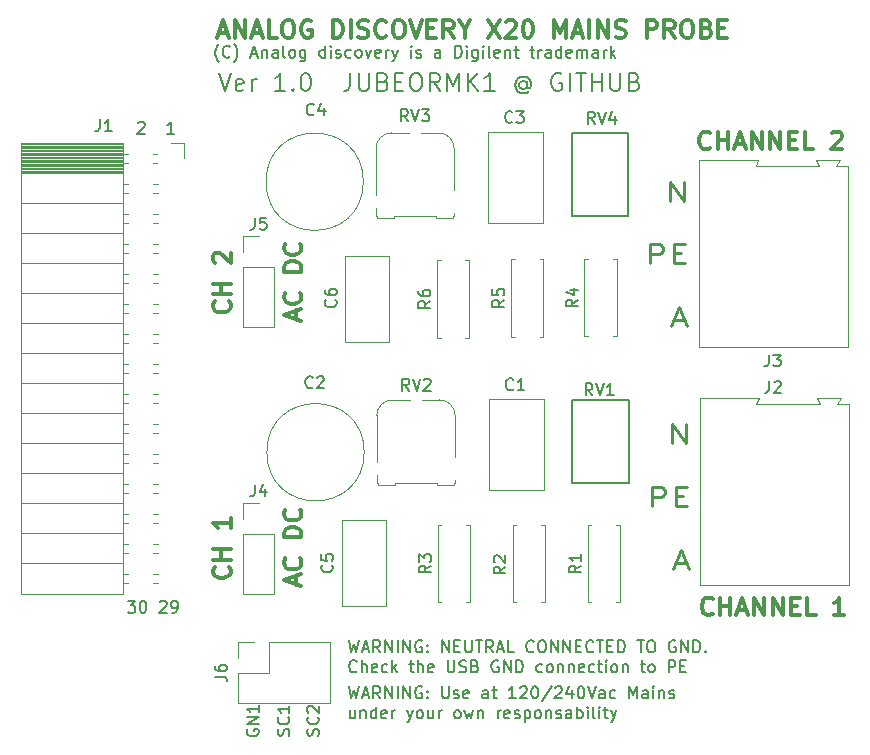
<source format=gbr>
G04 #@! TF.GenerationSoftware,KiCad,Pcbnew,(5.1.2)-1*
G04 #@! TF.CreationDate,2019-10-08T11:37:34+11:00*
G04 #@! TF.ProjectId,AnalogDiscovery_x20_powerMainsProbe,416e616c-6f67-4446-9973-636f76657279,rev?*
G04 #@! TF.SameCoordinates,PX69618a0PY7bfa480*
G04 #@! TF.FileFunction,Legend,Top*
G04 #@! TF.FilePolarity,Positive*
%FSLAX46Y46*%
G04 Gerber Fmt 4.6, Leading zero omitted, Abs format (unit mm)*
G04 Created by KiCad (PCBNEW (5.1.2)-1) date 2019-10-08 11:37:34*
%MOMM*%
%LPD*%
G04 APERTURE LIST*
%ADD10C,0.150000*%
%ADD11C,0.300000*%
%ADD12C,0.200000*%
%ADD13C,0.250000*%
%ADD14C,0.120000*%
G04 APERTURE END LIST*
D10*
X19004761Y1138096D02*
X19052380Y1280953D01*
X19052380Y1519048D01*
X19004761Y1614286D01*
X18957142Y1661905D01*
X18861904Y1709524D01*
X18766666Y1709524D01*
X18671428Y1661905D01*
X18623809Y1614286D01*
X18576190Y1519048D01*
X18528571Y1328572D01*
X18480952Y1233334D01*
X18433333Y1185715D01*
X18338095Y1138096D01*
X18242857Y1138096D01*
X18147619Y1185715D01*
X18100000Y1233334D01*
X18052380Y1328572D01*
X18052380Y1566667D01*
X18100000Y1709524D01*
X18957142Y2709524D02*
X19004761Y2661905D01*
X19052380Y2519048D01*
X19052380Y2423810D01*
X19004761Y2280953D01*
X18909523Y2185715D01*
X18814285Y2138096D01*
X18623809Y2090477D01*
X18480952Y2090477D01*
X18290476Y2138096D01*
X18195238Y2185715D01*
X18100000Y2280953D01*
X18052380Y2423810D01*
X18052380Y2519048D01*
X18100000Y2661905D01*
X18147619Y2709524D01*
X18147619Y3090477D02*
X18100000Y3138096D01*
X18052380Y3233334D01*
X18052380Y3471429D01*
X18100000Y3566667D01*
X18147619Y3614286D01*
X18242857Y3661905D01*
X18338095Y3661905D01*
X18480952Y3614286D01*
X19052380Y3042858D01*
X19052380Y3661905D01*
X16504761Y1138096D02*
X16552380Y1280953D01*
X16552380Y1519048D01*
X16504761Y1614286D01*
X16457142Y1661905D01*
X16361904Y1709524D01*
X16266666Y1709524D01*
X16171428Y1661905D01*
X16123809Y1614286D01*
X16076190Y1519048D01*
X16028571Y1328572D01*
X15980952Y1233334D01*
X15933333Y1185715D01*
X15838095Y1138096D01*
X15742857Y1138096D01*
X15647619Y1185715D01*
X15600000Y1233334D01*
X15552380Y1328572D01*
X15552380Y1566667D01*
X15600000Y1709524D01*
X16457142Y2709524D02*
X16504761Y2661905D01*
X16552380Y2519048D01*
X16552380Y2423810D01*
X16504761Y2280953D01*
X16409523Y2185715D01*
X16314285Y2138096D01*
X16123809Y2090477D01*
X15980952Y2090477D01*
X15790476Y2138096D01*
X15695238Y2185715D01*
X15600000Y2280953D01*
X15552380Y2423810D01*
X15552380Y2519048D01*
X15600000Y2661905D01*
X15647619Y2709524D01*
X16552380Y3661905D02*
X16552380Y3090477D01*
X16552380Y3376191D02*
X15552380Y3376191D01*
X15695238Y3280953D01*
X15790476Y3185715D01*
X15838095Y3090477D01*
X13000000Y1661905D02*
X12952380Y1566667D01*
X12952380Y1423810D01*
X13000000Y1280953D01*
X13095238Y1185715D01*
X13190476Y1138096D01*
X13380952Y1090477D01*
X13523809Y1090477D01*
X13714285Y1138096D01*
X13809523Y1185715D01*
X13904761Y1280953D01*
X13952380Y1423810D01*
X13952380Y1519048D01*
X13904761Y1661905D01*
X13857142Y1709524D01*
X13523809Y1709524D01*
X13523809Y1519048D01*
X13952380Y2138096D02*
X12952380Y2138096D01*
X13952380Y2709524D01*
X12952380Y2709524D01*
X13952380Y3709524D02*
X13952380Y3138096D01*
X13952380Y3423810D02*
X12952380Y3423810D01*
X13095238Y3328572D01*
X13190476Y3233334D01*
X13238095Y3138096D01*
X10580952Y58166667D02*
X10533333Y58214286D01*
X10438095Y58357143D01*
X10390476Y58452381D01*
X10342857Y58595239D01*
X10295238Y58833334D01*
X10295238Y59023810D01*
X10342857Y59261905D01*
X10390476Y59404762D01*
X10438095Y59500000D01*
X10533333Y59642858D01*
X10580952Y59690477D01*
X11533333Y58642858D02*
X11485714Y58595239D01*
X11342857Y58547620D01*
X11247619Y58547620D01*
X11104761Y58595239D01*
X11009523Y58690477D01*
X10961904Y58785715D01*
X10914285Y58976191D01*
X10914285Y59119048D01*
X10961904Y59309524D01*
X11009523Y59404762D01*
X11104761Y59500000D01*
X11247619Y59547620D01*
X11342857Y59547620D01*
X11485714Y59500000D01*
X11533333Y59452381D01*
X11866666Y58166667D02*
X11914285Y58214286D01*
X12009523Y58357143D01*
X12057142Y58452381D01*
X12104761Y58595239D01*
X12152380Y58833334D01*
X12152380Y59023810D01*
X12104761Y59261905D01*
X12057142Y59404762D01*
X12009523Y59500000D01*
X11914285Y59642858D01*
X11866666Y59690477D01*
X13342857Y58833334D02*
X13819047Y58833334D01*
X13247619Y58547620D02*
X13580952Y59547620D01*
X13914285Y58547620D01*
X14247619Y59214286D02*
X14247619Y58547620D01*
X14247619Y59119048D02*
X14295238Y59166667D01*
X14390476Y59214286D01*
X14533333Y59214286D01*
X14628571Y59166667D01*
X14676190Y59071429D01*
X14676190Y58547620D01*
X15580952Y58547620D02*
X15580952Y59071429D01*
X15533333Y59166667D01*
X15438095Y59214286D01*
X15247619Y59214286D01*
X15152380Y59166667D01*
X15580952Y58595239D02*
X15485714Y58547620D01*
X15247619Y58547620D01*
X15152380Y58595239D01*
X15104761Y58690477D01*
X15104761Y58785715D01*
X15152380Y58880953D01*
X15247619Y58928572D01*
X15485714Y58928572D01*
X15580952Y58976191D01*
X16200000Y58547620D02*
X16104761Y58595239D01*
X16057142Y58690477D01*
X16057142Y59547620D01*
X16723809Y58547620D02*
X16628571Y58595239D01*
X16580952Y58642858D01*
X16533333Y58738096D01*
X16533333Y59023810D01*
X16580952Y59119048D01*
X16628571Y59166667D01*
X16723809Y59214286D01*
X16866666Y59214286D01*
X16961904Y59166667D01*
X17009523Y59119048D01*
X17057142Y59023810D01*
X17057142Y58738096D01*
X17009523Y58642858D01*
X16961904Y58595239D01*
X16866666Y58547620D01*
X16723809Y58547620D01*
X17914285Y59214286D02*
X17914285Y58404762D01*
X17866666Y58309524D01*
X17819047Y58261905D01*
X17723809Y58214286D01*
X17580952Y58214286D01*
X17485714Y58261905D01*
X17914285Y58595239D02*
X17819047Y58547620D01*
X17628571Y58547620D01*
X17533333Y58595239D01*
X17485714Y58642858D01*
X17438095Y58738096D01*
X17438095Y59023810D01*
X17485714Y59119048D01*
X17533333Y59166667D01*
X17628571Y59214286D01*
X17819047Y59214286D01*
X17914285Y59166667D01*
X19580952Y58547620D02*
X19580952Y59547620D01*
X19580952Y58595239D02*
X19485714Y58547620D01*
X19295238Y58547620D01*
X19200000Y58595239D01*
X19152380Y58642858D01*
X19104761Y58738096D01*
X19104761Y59023810D01*
X19152380Y59119048D01*
X19200000Y59166667D01*
X19295238Y59214286D01*
X19485714Y59214286D01*
X19580952Y59166667D01*
X20057142Y58547620D02*
X20057142Y59214286D01*
X20057142Y59547620D02*
X20009523Y59500000D01*
X20057142Y59452381D01*
X20104761Y59500000D01*
X20057142Y59547620D01*
X20057142Y59452381D01*
X20485714Y58595239D02*
X20580952Y58547620D01*
X20771428Y58547620D01*
X20866666Y58595239D01*
X20914285Y58690477D01*
X20914285Y58738096D01*
X20866666Y58833334D01*
X20771428Y58880953D01*
X20628571Y58880953D01*
X20533333Y58928572D01*
X20485714Y59023810D01*
X20485714Y59071429D01*
X20533333Y59166667D01*
X20628571Y59214286D01*
X20771428Y59214286D01*
X20866666Y59166667D01*
X21771428Y58595239D02*
X21676190Y58547620D01*
X21485714Y58547620D01*
X21390476Y58595239D01*
X21342857Y58642858D01*
X21295238Y58738096D01*
X21295238Y59023810D01*
X21342857Y59119048D01*
X21390476Y59166667D01*
X21485714Y59214286D01*
X21676190Y59214286D01*
X21771428Y59166667D01*
X22342857Y58547620D02*
X22247619Y58595239D01*
X22200000Y58642858D01*
X22152380Y58738096D01*
X22152380Y59023810D01*
X22200000Y59119048D01*
X22247619Y59166667D01*
X22342857Y59214286D01*
X22485714Y59214286D01*
X22580952Y59166667D01*
X22628571Y59119048D01*
X22676190Y59023810D01*
X22676190Y58738096D01*
X22628571Y58642858D01*
X22580952Y58595239D01*
X22485714Y58547620D01*
X22342857Y58547620D01*
X23009523Y59214286D02*
X23247619Y58547620D01*
X23485714Y59214286D01*
X24247619Y58595239D02*
X24152380Y58547620D01*
X23961904Y58547620D01*
X23866666Y58595239D01*
X23819047Y58690477D01*
X23819047Y59071429D01*
X23866666Y59166667D01*
X23961904Y59214286D01*
X24152380Y59214286D01*
X24247619Y59166667D01*
X24295238Y59071429D01*
X24295238Y58976191D01*
X23819047Y58880953D01*
X24723809Y58547620D02*
X24723809Y59214286D01*
X24723809Y59023810D02*
X24771428Y59119048D01*
X24819047Y59166667D01*
X24914285Y59214286D01*
X25009523Y59214286D01*
X25247619Y59214286D02*
X25485714Y58547620D01*
X25723809Y59214286D02*
X25485714Y58547620D01*
X25390476Y58309524D01*
X25342857Y58261905D01*
X25247619Y58214286D01*
X26866666Y58547620D02*
X26866666Y59214286D01*
X26866666Y59547620D02*
X26819047Y59500000D01*
X26866666Y59452381D01*
X26914285Y59500000D01*
X26866666Y59547620D01*
X26866666Y59452381D01*
X27295238Y58595239D02*
X27390476Y58547620D01*
X27580952Y58547620D01*
X27676190Y58595239D01*
X27723809Y58690477D01*
X27723809Y58738096D01*
X27676190Y58833334D01*
X27580952Y58880953D01*
X27438095Y58880953D01*
X27342857Y58928572D01*
X27295238Y59023810D01*
X27295238Y59071429D01*
X27342857Y59166667D01*
X27438095Y59214286D01*
X27580952Y59214286D01*
X27676190Y59166667D01*
X29342857Y58547620D02*
X29342857Y59071429D01*
X29295238Y59166667D01*
X29200000Y59214286D01*
X29009523Y59214286D01*
X28914285Y59166667D01*
X29342857Y58595239D02*
X29247619Y58547620D01*
X29009523Y58547620D01*
X28914285Y58595239D01*
X28866666Y58690477D01*
X28866666Y58785715D01*
X28914285Y58880953D01*
X29009523Y58928572D01*
X29247619Y58928572D01*
X29342857Y58976191D01*
X30580952Y58547620D02*
X30580952Y59547620D01*
X30819047Y59547620D01*
X30961904Y59500000D01*
X31057142Y59404762D01*
X31104761Y59309524D01*
X31152380Y59119048D01*
X31152380Y58976191D01*
X31104761Y58785715D01*
X31057142Y58690477D01*
X30961904Y58595239D01*
X30819047Y58547620D01*
X30580952Y58547620D01*
X31580952Y58547620D02*
X31580952Y59214286D01*
X31580952Y59547620D02*
X31533333Y59500000D01*
X31580952Y59452381D01*
X31628571Y59500000D01*
X31580952Y59547620D01*
X31580952Y59452381D01*
X32485714Y59214286D02*
X32485714Y58404762D01*
X32438095Y58309524D01*
X32390476Y58261905D01*
X32295238Y58214286D01*
X32152380Y58214286D01*
X32057142Y58261905D01*
X32485714Y58595239D02*
X32390476Y58547620D01*
X32200000Y58547620D01*
X32104761Y58595239D01*
X32057142Y58642858D01*
X32009523Y58738096D01*
X32009523Y59023810D01*
X32057142Y59119048D01*
X32104761Y59166667D01*
X32200000Y59214286D01*
X32390476Y59214286D01*
X32485714Y59166667D01*
X32961904Y58547620D02*
X32961904Y59214286D01*
X32961904Y59547620D02*
X32914285Y59500000D01*
X32961904Y59452381D01*
X33009523Y59500000D01*
X32961904Y59547620D01*
X32961904Y59452381D01*
X33580952Y58547620D02*
X33485714Y58595239D01*
X33438095Y58690477D01*
X33438095Y59547620D01*
X34342857Y58595239D02*
X34247619Y58547620D01*
X34057142Y58547620D01*
X33961904Y58595239D01*
X33914285Y58690477D01*
X33914285Y59071429D01*
X33961904Y59166667D01*
X34057142Y59214286D01*
X34247619Y59214286D01*
X34342857Y59166667D01*
X34390476Y59071429D01*
X34390476Y58976191D01*
X33914285Y58880953D01*
X34819047Y59214286D02*
X34819047Y58547620D01*
X34819047Y59119048D02*
X34866666Y59166667D01*
X34961904Y59214286D01*
X35104761Y59214286D01*
X35200000Y59166667D01*
X35247619Y59071429D01*
X35247619Y58547620D01*
X35580952Y59214286D02*
X35961904Y59214286D01*
X35723809Y59547620D02*
X35723809Y58690477D01*
X35771428Y58595239D01*
X35866666Y58547620D01*
X35961904Y58547620D01*
X36914285Y59214286D02*
X37295238Y59214286D01*
X37057142Y59547620D02*
X37057142Y58690477D01*
X37104761Y58595239D01*
X37200000Y58547620D01*
X37295238Y58547620D01*
X37628571Y58547620D02*
X37628571Y59214286D01*
X37628571Y59023810D02*
X37676190Y59119048D01*
X37723809Y59166667D01*
X37819047Y59214286D01*
X37914285Y59214286D01*
X38676190Y58547620D02*
X38676190Y59071429D01*
X38628571Y59166667D01*
X38533333Y59214286D01*
X38342857Y59214286D01*
X38247619Y59166667D01*
X38676190Y58595239D02*
X38580952Y58547620D01*
X38342857Y58547620D01*
X38247619Y58595239D01*
X38200000Y58690477D01*
X38200000Y58785715D01*
X38247619Y58880953D01*
X38342857Y58928572D01*
X38580952Y58928572D01*
X38676190Y58976191D01*
X39580952Y58547620D02*
X39580952Y59547620D01*
X39580952Y58595239D02*
X39485714Y58547620D01*
X39295238Y58547620D01*
X39200000Y58595239D01*
X39152380Y58642858D01*
X39104761Y58738096D01*
X39104761Y59023810D01*
X39152380Y59119048D01*
X39200000Y59166667D01*
X39295238Y59214286D01*
X39485714Y59214286D01*
X39580952Y59166667D01*
X40438095Y58595239D02*
X40342857Y58547620D01*
X40152380Y58547620D01*
X40057142Y58595239D01*
X40009523Y58690477D01*
X40009523Y59071429D01*
X40057142Y59166667D01*
X40152380Y59214286D01*
X40342857Y59214286D01*
X40438095Y59166667D01*
X40485714Y59071429D01*
X40485714Y58976191D01*
X40009523Y58880953D01*
X40914285Y58547620D02*
X40914285Y59214286D01*
X40914285Y59119048D02*
X40961904Y59166667D01*
X41057142Y59214286D01*
X41199999Y59214286D01*
X41295238Y59166667D01*
X41342857Y59071429D01*
X41342857Y58547620D01*
X41342857Y59071429D02*
X41390476Y59166667D01*
X41485714Y59214286D01*
X41628571Y59214286D01*
X41723809Y59166667D01*
X41771428Y59071429D01*
X41771428Y58547620D01*
X42676190Y58547620D02*
X42676190Y59071429D01*
X42628571Y59166667D01*
X42533333Y59214286D01*
X42342857Y59214286D01*
X42247619Y59166667D01*
X42676190Y58595239D02*
X42580952Y58547620D01*
X42342857Y58547620D01*
X42247619Y58595239D01*
X42199999Y58690477D01*
X42199999Y58785715D01*
X42247619Y58880953D01*
X42342857Y58928572D01*
X42580952Y58928572D01*
X42676190Y58976191D01*
X43152380Y58547620D02*
X43152380Y59214286D01*
X43152380Y59023810D02*
X43199999Y59119048D01*
X43247619Y59166667D01*
X43342857Y59214286D01*
X43438095Y59214286D01*
X43771428Y58547620D02*
X43771428Y59547620D01*
X43866666Y58928572D02*
X44152380Y58547620D01*
X44152380Y59214286D02*
X43771428Y58833334D01*
X2873928Y12547620D02*
X3492976Y12547620D01*
X3159642Y12166667D01*
X3302500Y12166667D01*
X3397738Y12119048D01*
X3445357Y12071429D01*
X3492976Y11976191D01*
X3492976Y11738096D01*
X3445357Y11642858D01*
X3397738Y11595239D01*
X3302500Y11547620D01*
X3016785Y11547620D01*
X2921547Y11595239D01*
X2873928Y11642858D01*
X4112023Y12547620D02*
X4207261Y12547620D01*
X4302500Y12500000D01*
X4350119Y12452381D01*
X4397738Y12357143D01*
X4445357Y12166667D01*
X4445357Y11928572D01*
X4397738Y11738096D01*
X4350119Y11642858D01*
X4302500Y11595239D01*
X4207261Y11547620D01*
X4112023Y11547620D01*
X4016785Y11595239D01*
X3969166Y11642858D01*
X3921547Y11738096D01*
X3873928Y11928572D01*
X3873928Y12166667D01*
X3921547Y12357143D01*
X3969166Y12452381D01*
X4016785Y12500000D01*
X4112023Y12547620D01*
X5588214Y12452381D02*
X5635833Y12500000D01*
X5731071Y12547620D01*
X5969166Y12547620D01*
X6064404Y12500000D01*
X6112023Y12452381D01*
X6159642Y12357143D01*
X6159642Y12261905D01*
X6112023Y12119048D01*
X5540595Y11547620D01*
X6159642Y11547620D01*
X6635833Y11547620D02*
X6826309Y11547620D01*
X6921547Y11595239D01*
X6969166Y11642858D01*
X7064404Y11785715D01*
X7112023Y11976191D01*
X7112023Y12357143D01*
X7064404Y12452381D01*
X7016785Y12500000D01*
X6921547Y12547620D01*
X6731071Y12547620D01*
X6635833Y12500000D01*
X6588214Y12452381D01*
X6540595Y12357143D01*
X6540595Y12119048D01*
X6588214Y12023810D01*
X6635833Y11976191D01*
X6731071Y11928572D01*
X6921547Y11928572D01*
X7016785Y11976191D01*
X7064404Y12023810D01*
X7112023Y12119048D01*
D11*
X11435714Y37892858D02*
X11507142Y37821429D01*
X11578571Y37607143D01*
X11578571Y37464286D01*
X11507142Y37250000D01*
X11364285Y37107143D01*
X11221428Y37035715D01*
X10935714Y36964286D01*
X10721428Y36964286D01*
X10435714Y37035715D01*
X10292857Y37107143D01*
X10150000Y37250000D01*
X10078571Y37464286D01*
X10078571Y37607143D01*
X10150000Y37821429D01*
X10221428Y37892858D01*
X11578571Y38535715D02*
X10078571Y38535715D01*
X10792857Y38535715D02*
X10792857Y39392858D01*
X11578571Y39392858D02*
X10078571Y39392858D01*
X10221428Y41178572D02*
X10150000Y41250000D01*
X10078571Y41392858D01*
X10078571Y41750000D01*
X10150000Y41892858D01*
X10221428Y41964286D01*
X10364285Y42035715D01*
X10507142Y42035715D01*
X10721428Y41964286D01*
X11578571Y41107143D01*
X11578571Y42035715D01*
X11435714Y15392858D02*
X11507142Y15321429D01*
X11578571Y15107143D01*
X11578571Y14964286D01*
X11507142Y14750000D01*
X11364285Y14607143D01*
X11221428Y14535715D01*
X10935714Y14464286D01*
X10721428Y14464286D01*
X10435714Y14535715D01*
X10292857Y14607143D01*
X10150000Y14750000D01*
X10078571Y14964286D01*
X10078571Y15107143D01*
X10150000Y15321429D01*
X10221428Y15392858D01*
X11578571Y16035715D02*
X10078571Y16035715D01*
X10792857Y16035715D02*
X10792857Y16892858D01*
X11578571Y16892858D02*
X10078571Y16892858D01*
X11578571Y19535715D02*
X11578571Y18678572D01*
X11578571Y19107143D02*
X10078571Y19107143D01*
X10292857Y18964286D01*
X10435714Y18821429D01*
X10507142Y18678572D01*
X17150000Y36421429D02*
X17150000Y37135715D01*
X17578571Y36278572D02*
X16078571Y36778572D01*
X17578571Y37278572D01*
X17435714Y38635715D02*
X17507142Y38564286D01*
X17578571Y38350000D01*
X17578571Y38207143D01*
X17507142Y37992858D01*
X17364285Y37850000D01*
X17221428Y37778572D01*
X16935714Y37707143D01*
X16721428Y37707143D01*
X16435714Y37778572D01*
X16292857Y37850000D01*
X16150000Y37992858D01*
X16078571Y38207143D01*
X16078571Y38350000D01*
X16150000Y38564286D01*
X16221428Y38635715D01*
X17578571Y40421429D02*
X16078571Y40421429D01*
X16078571Y40778572D01*
X16150000Y40992858D01*
X16292857Y41135715D01*
X16435714Y41207143D01*
X16721428Y41278572D01*
X16935714Y41278572D01*
X17221428Y41207143D01*
X17364285Y41135715D01*
X17507142Y40992858D01*
X17578571Y40778572D01*
X17578571Y40421429D01*
X17435714Y42778572D02*
X17507142Y42707143D01*
X17578571Y42492858D01*
X17578571Y42350000D01*
X17507142Y42135715D01*
X17364285Y41992858D01*
X17221428Y41921429D01*
X16935714Y41850000D01*
X16721428Y41850000D01*
X16435714Y41921429D01*
X16292857Y41992858D01*
X16150000Y42135715D01*
X16078571Y42350000D01*
X16078571Y42492858D01*
X16150000Y42707143D01*
X16221428Y42778572D01*
X17150000Y13921429D02*
X17150000Y14635715D01*
X17578571Y13778572D02*
X16078571Y14278572D01*
X17578571Y14778572D01*
X17435714Y16135715D02*
X17507142Y16064286D01*
X17578571Y15850000D01*
X17578571Y15707143D01*
X17507142Y15492858D01*
X17364285Y15350000D01*
X17221428Y15278572D01*
X16935714Y15207143D01*
X16721428Y15207143D01*
X16435714Y15278572D01*
X16292857Y15350000D01*
X16150000Y15492858D01*
X16078571Y15707143D01*
X16078571Y15850000D01*
X16150000Y16064286D01*
X16221428Y16135715D01*
X17578571Y17921429D02*
X16078571Y17921429D01*
X16078571Y18278572D01*
X16150000Y18492858D01*
X16292857Y18635715D01*
X16435714Y18707143D01*
X16721428Y18778572D01*
X16935714Y18778572D01*
X17221428Y18707143D01*
X17364285Y18635715D01*
X17507142Y18492858D01*
X17578571Y18278572D01*
X17578571Y17921429D01*
X17435714Y20278572D02*
X17507142Y20207143D01*
X17578571Y19992858D01*
X17578571Y19850000D01*
X17507142Y19635715D01*
X17364285Y19492858D01*
X17221428Y19421429D01*
X16935714Y19350000D01*
X16721428Y19350000D01*
X16435714Y19421429D01*
X16292857Y19492858D01*
X16150000Y19635715D01*
X16078571Y19850000D01*
X16078571Y19992858D01*
X16150000Y20207143D01*
X16221428Y20278572D01*
D12*
X21572857Y5297620D02*
X21810952Y4297620D01*
X22001428Y5011905D01*
X22191904Y4297620D01*
X22430000Y5297620D01*
X22763333Y4583334D02*
X23239523Y4583334D01*
X22668095Y4297620D02*
X23001428Y5297620D01*
X23334761Y4297620D01*
X24239523Y4297620D02*
X23906190Y4773810D01*
X23668095Y4297620D02*
X23668095Y5297620D01*
X24049047Y5297620D01*
X24144285Y5250000D01*
X24191904Y5202381D01*
X24239523Y5107143D01*
X24239523Y4964286D01*
X24191904Y4869048D01*
X24144285Y4821429D01*
X24049047Y4773810D01*
X23668095Y4773810D01*
X24668095Y4297620D02*
X24668095Y5297620D01*
X25239523Y4297620D01*
X25239523Y5297620D01*
X25715714Y4297620D02*
X25715714Y5297620D01*
X26191904Y4297620D02*
X26191904Y5297620D01*
X26763333Y4297620D01*
X26763333Y5297620D01*
X27763333Y5250000D02*
X27668095Y5297620D01*
X27525238Y5297620D01*
X27382380Y5250000D01*
X27287142Y5154762D01*
X27239523Y5059524D01*
X27191904Y4869048D01*
X27191904Y4726191D01*
X27239523Y4535715D01*
X27287142Y4440477D01*
X27382380Y4345239D01*
X27525238Y4297620D01*
X27620476Y4297620D01*
X27763333Y4345239D01*
X27810952Y4392858D01*
X27810952Y4726191D01*
X27620476Y4726191D01*
X28239523Y4392858D02*
X28287142Y4345239D01*
X28239523Y4297620D01*
X28191904Y4345239D01*
X28239523Y4392858D01*
X28239523Y4297620D01*
X28239523Y4916667D02*
X28287142Y4869048D01*
X28239523Y4821429D01*
X28191904Y4869048D01*
X28239523Y4916667D01*
X28239523Y4821429D01*
X29477619Y5297620D02*
X29477619Y4488096D01*
X29525238Y4392858D01*
X29572857Y4345239D01*
X29668095Y4297620D01*
X29858571Y4297620D01*
X29953809Y4345239D01*
X30001428Y4392858D01*
X30049047Y4488096D01*
X30049047Y5297620D01*
X30477619Y4345239D02*
X30572857Y4297620D01*
X30763333Y4297620D01*
X30858571Y4345239D01*
X30906190Y4440477D01*
X30906190Y4488096D01*
X30858571Y4583334D01*
X30763333Y4630953D01*
X30620476Y4630953D01*
X30525238Y4678572D01*
X30477619Y4773810D01*
X30477619Y4821429D01*
X30525238Y4916667D01*
X30620476Y4964286D01*
X30763333Y4964286D01*
X30858571Y4916667D01*
X31715714Y4345239D02*
X31620476Y4297620D01*
X31430000Y4297620D01*
X31334761Y4345239D01*
X31287142Y4440477D01*
X31287142Y4821429D01*
X31334761Y4916667D01*
X31430000Y4964286D01*
X31620476Y4964286D01*
X31715714Y4916667D01*
X31763333Y4821429D01*
X31763333Y4726191D01*
X31287142Y4630953D01*
X33382380Y4297620D02*
X33382380Y4821429D01*
X33334761Y4916667D01*
X33239523Y4964286D01*
X33049047Y4964286D01*
X32953809Y4916667D01*
X33382380Y4345239D02*
X33287142Y4297620D01*
X33049047Y4297620D01*
X32953809Y4345239D01*
X32906190Y4440477D01*
X32906190Y4535715D01*
X32953809Y4630953D01*
X33049047Y4678572D01*
X33287142Y4678572D01*
X33382380Y4726191D01*
X33715714Y4964286D02*
X34096666Y4964286D01*
X33858571Y5297620D02*
X33858571Y4440477D01*
X33906190Y4345239D01*
X34001428Y4297620D01*
X34096666Y4297620D01*
X35715714Y4297620D02*
X35144285Y4297620D01*
X35430000Y4297620D02*
X35430000Y5297620D01*
X35334761Y5154762D01*
X35239523Y5059524D01*
X35144285Y5011905D01*
X36096666Y5202381D02*
X36144285Y5250000D01*
X36239523Y5297620D01*
X36477619Y5297620D01*
X36572857Y5250000D01*
X36620476Y5202381D01*
X36668095Y5107143D01*
X36668095Y5011905D01*
X36620476Y4869048D01*
X36049047Y4297620D01*
X36668095Y4297620D01*
X37287142Y5297620D02*
X37382380Y5297620D01*
X37477619Y5250000D01*
X37525238Y5202381D01*
X37572857Y5107143D01*
X37620476Y4916667D01*
X37620476Y4678572D01*
X37572857Y4488096D01*
X37525238Y4392858D01*
X37477619Y4345239D01*
X37382380Y4297620D01*
X37287142Y4297620D01*
X37191904Y4345239D01*
X37144285Y4392858D01*
X37096666Y4488096D01*
X37049047Y4678572D01*
X37049047Y4916667D01*
X37096666Y5107143D01*
X37144285Y5202381D01*
X37191904Y5250000D01*
X37287142Y5297620D01*
X38763333Y5345239D02*
X37906190Y4059524D01*
X39049047Y5202381D02*
X39096666Y5250000D01*
X39191904Y5297620D01*
X39430000Y5297620D01*
X39525238Y5250000D01*
X39572857Y5202381D01*
X39620476Y5107143D01*
X39620476Y5011905D01*
X39572857Y4869048D01*
X39001428Y4297620D01*
X39620476Y4297620D01*
X40477619Y4964286D02*
X40477619Y4297620D01*
X40239523Y5345239D02*
X40001428Y4630953D01*
X40620476Y4630953D01*
X41191904Y5297620D02*
X41287142Y5297620D01*
X41382380Y5250000D01*
X41430000Y5202381D01*
X41477619Y5107143D01*
X41525238Y4916667D01*
X41525238Y4678572D01*
X41477619Y4488096D01*
X41430000Y4392858D01*
X41382380Y4345239D01*
X41287142Y4297620D01*
X41191904Y4297620D01*
X41096666Y4345239D01*
X41049047Y4392858D01*
X41001428Y4488096D01*
X40953809Y4678572D01*
X40953809Y4916667D01*
X41001428Y5107143D01*
X41049047Y5202381D01*
X41096666Y5250000D01*
X41191904Y5297620D01*
X41810952Y5297620D02*
X42144285Y4297620D01*
X42477619Y5297620D01*
X43239523Y4297620D02*
X43239523Y4821429D01*
X43191904Y4916667D01*
X43096666Y4964286D01*
X42906190Y4964286D01*
X42810952Y4916667D01*
X43239523Y4345239D02*
X43144285Y4297620D01*
X42906190Y4297620D01*
X42810952Y4345239D01*
X42763333Y4440477D01*
X42763333Y4535715D01*
X42810952Y4630953D01*
X42906190Y4678572D01*
X43144285Y4678572D01*
X43239523Y4726191D01*
X44144285Y4345239D02*
X44049047Y4297620D01*
X43858571Y4297620D01*
X43763333Y4345239D01*
X43715714Y4392858D01*
X43668095Y4488096D01*
X43668095Y4773810D01*
X43715714Y4869048D01*
X43763333Y4916667D01*
X43858571Y4964286D01*
X44049047Y4964286D01*
X44144285Y4916667D01*
X45334761Y4297620D02*
X45334761Y5297620D01*
X45668095Y4583334D01*
X46001428Y5297620D01*
X46001428Y4297620D01*
X46906190Y4297620D02*
X46906190Y4821429D01*
X46858571Y4916667D01*
X46763333Y4964286D01*
X46572857Y4964286D01*
X46477619Y4916667D01*
X46906190Y4345239D02*
X46810952Y4297620D01*
X46572857Y4297620D01*
X46477619Y4345239D01*
X46430000Y4440477D01*
X46430000Y4535715D01*
X46477619Y4630953D01*
X46572857Y4678572D01*
X46810952Y4678572D01*
X46906190Y4726191D01*
X47382380Y4297620D02*
X47382380Y4964286D01*
X47382380Y5297620D02*
X47334761Y5250000D01*
X47382380Y5202381D01*
X47430000Y5250000D01*
X47382380Y5297620D01*
X47382380Y5202381D01*
X47858571Y4964286D02*
X47858571Y4297620D01*
X47858571Y4869048D02*
X47906190Y4916667D01*
X48001428Y4964286D01*
X48144285Y4964286D01*
X48239523Y4916667D01*
X48287142Y4821429D01*
X48287142Y4297620D01*
X48715714Y4345239D02*
X48810952Y4297620D01*
X49001428Y4297620D01*
X49096666Y4345239D01*
X49144285Y4440477D01*
X49144285Y4488096D01*
X49096666Y4583334D01*
X49001428Y4630953D01*
X48858571Y4630953D01*
X48763333Y4678572D01*
X48715714Y4773810D01*
X48715714Y4821429D01*
X48763333Y4916667D01*
X48858571Y4964286D01*
X49001428Y4964286D01*
X49096666Y4916667D01*
X22096666Y3264286D02*
X22096666Y2597620D01*
X21668095Y3264286D02*
X21668095Y2740477D01*
X21715714Y2645239D01*
X21810952Y2597620D01*
X21953809Y2597620D01*
X22049047Y2645239D01*
X22096666Y2692858D01*
X22572857Y3264286D02*
X22572857Y2597620D01*
X22572857Y3169048D02*
X22620476Y3216667D01*
X22715714Y3264286D01*
X22858571Y3264286D01*
X22953809Y3216667D01*
X23001428Y3121429D01*
X23001428Y2597620D01*
X23906190Y2597620D02*
X23906190Y3597620D01*
X23906190Y2645239D02*
X23810952Y2597620D01*
X23620476Y2597620D01*
X23525238Y2645239D01*
X23477619Y2692858D01*
X23430000Y2788096D01*
X23430000Y3073810D01*
X23477619Y3169048D01*
X23525238Y3216667D01*
X23620476Y3264286D01*
X23810952Y3264286D01*
X23906190Y3216667D01*
X24763333Y2645239D02*
X24668095Y2597620D01*
X24477619Y2597620D01*
X24382380Y2645239D01*
X24334761Y2740477D01*
X24334761Y3121429D01*
X24382380Y3216667D01*
X24477619Y3264286D01*
X24668095Y3264286D01*
X24763333Y3216667D01*
X24810952Y3121429D01*
X24810952Y3026191D01*
X24334761Y2930953D01*
X25239523Y2597620D02*
X25239523Y3264286D01*
X25239523Y3073810D02*
X25287142Y3169048D01*
X25334761Y3216667D01*
X25430000Y3264286D01*
X25525238Y3264286D01*
X26525238Y3264286D02*
X26763333Y2597620D01*
X27001428Y3264286D02*
X26763333Y2597620D01*
X26668095Y2359524D01*
X26620476Y2311905D01*
X26525238Y2264286D01*
X27525238Y2597620D02*
X27430000Y2645239D01*
X27382380Y2692858D01*
X27334761Y2788096D01*
X27334761Y3073810D01*
X27382380Y3169048D01*
X27430000Y3216667D01*
X27525238Y3264286D01*
X27668095Y3264286D01*
X27763333Y3216667D01*
X27810952Y3169048D01*
X27858571Y3073810D01*
X27858571Y2788096D01*
X27810952Y2692858D01*
X27763333Y2645239D01*
X27668095Y2597620D01*
X27525238Y2597620D01*
X28715714Y3264286D02*
X28715714Y2597620D01*
X28287142Y3264286D02*
X28287142Y2740477D01*
X28334761Y2645239D01*
X28430000Y2597620D01*
X28572857Y2597620D01*
X28668095Y2645239D01*
X28715714Y2692858D01*
X29191904Y2597620D02*
X29191904Y3264286D01*
X29191904Y3073810D02*
X29239523Y3169048D01*
X29287142Y3216667D01*
X29382380Y3264286D01*
X29477619Y3264286D01*
X30715714Y2597620D02*
X30620476Y2645239D01*
X30572857Y2692858D01*
X30525238Y2788096D01*
X30525238Y3073810D01*
X30572857Y3169048D01*
X30620476Y3216667D01*
X30715714Y3264286D01*
X30858571Y3264286D01*
X30953809Y3216667D01*
X31001428Y3169048D01*
X31049047Y3073810D01*
X31049047Y2788096D01*
X31001428Y2692858D01*
X30953809Y2645239D01*
X30858571Y2597620D01*
X30715714Y2597620D01*
X31382380Y3264286D02*
X31572857Y2597620D01*
X31763333Y3073810D01*
X31953809Y2597620D01*
X32144285Y3264286D01*
X32525238Y3264286D02*
X32525238Y2597620D01*
X32525238Y3169048D02*
X32572857Y3216667D01*
X32668095Y3264286D01*
X32810952Y3264286D01*
X32906190Y3216667D01*
X32953809Y3121429D01*
X32953809Y2597620D01*
X34191904Y2597620D02*
X34191904Y3264286D01*
X34191904Y3073810D02*
X34239523Y3169048D01*
X34287142Y3216667D01*
X34382380Y3264286D01*
X34477619Y3264286D01*
X35191904Y2645239D02*
X35096666Y2597620D01*
X34906190Y2597620D01*
X34810952Y2645239D01*
X34763333Y2740477D01*
X34763333Y3121429D01*
X34810952Y3216667D01*
X34906190Y3264286D01*
X35096666Y3264286D01*
X35191904Y3216667D01*
X35239523Y3121429D01*
X35239523Y3026191D01*
X34763333Y2930953D01*
X35620476Y2645239D02*
X35715714Y2597620D01*
X35906190Y2597620D01*
X36001428Y2645239D01*
X36049047Y2740477D01*
X36049047Y2788096D01*
X36001428Y2883334D01*
X35906190Y2930953D01*
X35763333Y2930953D01*
X35668095Y2978572D01*
X35620476Y3073810D01*
X35620476Y3121429D01*
X35668095Y3216667D01*
X35763333Y3264286D01*
X35906190Y3264286D01*
X36001428Y3216667D01*
X36477619Y3264286D02*
X36477619Y2264286D01*
X36477619Y3216667D02*
X36572857Y3264286D01*
X36763333Y3264286D01*
X36858571Y3216667D01*
X36906190Y3169048D01*
X36953809Y3073810D01*
X36953809Y2788096D01*
X36906190Y2692858D01*
X36858571Y2645239D01*
X36763333Y2597620D01*
X36572857Y2597620D01*
X36477619Y2645239D01*
X37525238Y2597620D02*
X37430000Y2645239D01*
X37382380Y2692858D01*
X37334761Y2788096D01*
X37334761Y3073810D01*
X37382380Y3169048D01*
X37430000Y3216667D01*
X37525238Y3264286D01*
X37668095Y3264286D01*
X37763333Y3216667D01*
X37810952Y3169048D01*
X37858571Y3073810D01*
X37858571Y2788096D01*
X37810952Y2692858D01*
X37763333Y2645239D01*
X37668095Y2597620D01*
X37525238Y2597620D01*
X38287142Y3264286D02*
X38287142Y2597620D01*
X38287142Y3169048D02*
X38334761Y3216667D01*
X38430000Y3264286D01*
X38572857Y3264286D01*
X38668095Y3216667D01*
X38715714Y3121429D01*
X38715714Y2597620D01*
X39144285Y2645239D02*
X39239523Y2597620D01*
X39430000Y2597620D01*
X39525238Y2645239D01*
X39572857Y2740477D01*
X39572857Y2788096D01*
X39525238Y2883334D01*
X39430000Y2930953D01*
X39287142Y2930953D01*
X39191904Y2978572D01*
X39144285Y3073810D01*
X39144285Y3121429D01*
X39191904Y3216667D01*
X39287142Y3264286D01*
X39430000Y3264286D01*
X39525238Y3216667D01*
X40430000Y2597620D02*
X40430000Y3121429D01*
X40382380Y3216667D01*
X40287142Y3264286D01*
X40096666Y3264286D01*
X40001428Y3216667D01*
X40430000Y2645239D02*
X40334761Y2597620D01*
X40096666Y2597620D01*
X40001428Y2645239D01*
X39953809Y2740477D01*
X39953809Y2835715D01*
X40001428Y2930953D01*
X40096666Y2978572D01*
X40334761Y2978572D01*
X40430000Y3026191D01*
X40906190Y2597620D02*
X40906190Y3597620D01*
X40906190Y3216667D02*
X41001428Y3264286D01*
X41191904Y3264286D01*
X41287142Y3216667D01*
X41334761Y3169048D01*
X41382380Y3073810D01*
X41382380Y2788096D01*
X41334761Y2692858D01*
X41287142Y2645239D01*
X41191904Y2597620D01*
X41001428Y2597620D01*
X40906190Y2645239D01*
X41810952Y2597620D02*
X41810952Y3264286D01*
X41810952Y3597620D02*
X41763333Y3550000D01*
X41810952Y3502381D01*
X41858571Y3550000D01*
X41810952Y3597620D01*
X41810952Y3502381D01*
X42430000Y2597620D02*
X42334761Y2645239D01*
X42287142Y2740477D01*
X42287142Y3597620D01*
X42810952Y2597620D02*
X42810952Y3264286D01*
X42810952Y3597620D02*
X42763333Y3550000D01*
X42810952Y3502381D01*
X42858571Y3550000D01*
X42810952Y3597620D01*
X42810952Y3502381D01*
X43144285Y3264286D02*
X43525238Y3264286D01*
X43287142Y3597620D02*
X43287142Y2740477D01*
X43334761Y2645239D01*
X43430000Y2597620D01*
X43525238Y2597620D01*
X43763333Y3264286D02*
X44001428Y2597620D01*
X44239523Y3264286D02*
X44001428Y2597620D01*
X43906190Y2359524D01*
X43858571Y2311905D01*
X43763333Y2264286D01*
X10572857Y57221429D02*
X11072857Y55721429D01*
X11572857Y57221429D01*
X12644285Y55792858D02*
X12501428Y55721429D01*
X12215714Y55721429D01*
X12072857Y55792858D01*
X12001428Y55935715D01*
X12001428Y56507143D01*
X12072857Y56650000D01*
X12215714Y56721429D01*
X12501428Y56721429D01*
X12644285Y56650000D01*
X12715714Y56507143D01*
X12715714Y56364286D01*
X12001428Y56221429D01*
X13358571Y55721429D02*
X13358571Y56721429D01*
X13358571Y56435715D02*
X13430000Y56578572D01*
X13501428Y56650000D01*
X13644285Y56721429D01*
X13787142Y56721429D01*
X16215714Y55721429D02*
X15358571Y55721429D01*
X15787142Y55721429D02*
X15787142Y57221429D01*
X15644285Y57007143D01*
X15501428Y56864286D01*
X15358571Y56792858D01*
X16858571Y55864286D02*
X16930000Y55792858D01*
X16858571Y55721429D01*
X16787142Y55792858D01*
X16858571Y55864286D01*
X16858571Y55721429D01*
X17858571Y57221429D02*
X18001428Y57221429D01*
X18144285Y57150000D01*
X18215714Y57078572D01*
X18287142Y56935715D01*
X18358571Y56650000D01*
X18358571Y56292858D01*
X18287142Y56007143D01*
X18215714Y55864286D01*
X18144285Y55792858D01*
X18001428Y55721429D01*
X17858571Y55721429D01*
X17715714Y55792858D01*
X17644285Y55864286D01*
X17572857Y56007143D01*
X17501428Y56292858D01*
X17501428Y56650000D01*
X17572857Y56935715D01*
X17644285Y57078572D01*
X17715714Y57150000D01*
X17858571Y57221429D01*
X21715714Y57221429D02*
X21715714Y56150000D01*
X21644285Y55935715D01*
X21501428Y55792858D01*
X21287142Y55721429D01*
X21144285Y55721429D01*
X22430000Y57221429D02*
X22430000Y56007143D01*
X22501428Y55864286D01*
X22572857Y55792858D01*
X22715714Y55721429D01*
X23001428Y55721429D01*
X23144285Y55792858D01*
X23215714Y55864286D01*
X23287142Y56007143D01*
X23287142Y57221429D01*
X24501428Y56507143D02*
X24715714Y56435715D01*
X24787142Y56364286D01*
X24858571Y56221429D01*
X24858571Y56007143D01*
X24787142Y55864286D01*
X24715714Y55792858D01*
X24572857Y55721429D01*
X24001428Y55721429D01*
X24001428Y57221429D01*
X24501428Y57221429D01*
X24644285Y57150000D01*
X24715714Y57078572D01*
X24787142Y56935715D01*
X24787142Y56792858D01*
X24715714Y56650000D01*
X24644285Y56578572D01*
X24501428Y56507143D01*
X24001428Y56507143D01*
X25501428Y56507143D02*
X26001428Y56507143D01*
X26215714Y55721429D02*
X25501428Y55721429D01*
X25501428Y57221429D01*
X26215714Y57221429D01*
X27144285Y57221429D02*
X27430000Y57221429D01*
X27572857Y57150000D01*
X27715714Y57007143D01*
X27787142Y56721429D01*
X27787142Y56221429D01*
X27715714Y55935715D01*
X27572857Y55792858D01*
X27430000Y55721429D01*
X27144285Y55721429D01*
X27001428Y55792858D01*
X26858571Y55935715D01*
X26787142Y56221429D01*
X26787142Y56721429D01*
X26858571Y57007143D01*
X27001428Y57150000D01*
X27144285Y57221429D01*
X29287142Y55721429D02*
X28787142Y56435715D01*
X28430000Y55721429D02*
X28430000Y57221429D01*
X29001428Y57221429D01*
X29144285Y57150000D01*
X29215714Y57078572D01*
X29287142Y56935715D01*
X29287142Y56721429D01*
X29215714Y56578572D01*
X29144285Y56507143D01*
X29001428Y56435715D01*
X28430000Y56435715D01*
X29930000Y55721429D02*
X29930000Y57221429D01*
X30430000Y56150000D01*
X30930000Y57221429D01*
X30930000Y55721429D01*
X31644285Y55721429D02*
X31644285Y57221429D01*
X32501428Y55721429D02*
X31858571Y56578572D01*
X32501428Y57221429D02*
X31644285Y56364286D01*
X33930000Y55721429D02*
X33072857Y55721429D01*
X33501428Y55721429D02*
X33501428Y57221429D01*
X33358571Y57007143D01*
X33215714Y56864286D01*
X33072857Y56792858D01*
X36644285Y56435715D02*
X36572857Y56507143D01*
X36430000Y56578572D01*
X36287142Y56578572D01*
X36144285Y56507143D01*
X36072857Y56435715D01*
X36001428Y56292858D01*
X36001428Y56150000D01*
X36072857Y56007143D01*
X36144285Y55935715D01*
X36287142Y55864286D01*
X36430000Y55864286D01*
X36572857Y55935715D01*
X36644285Y56007143D01*
X36644285Y56578572D02*
X36644285Y56007143D01*
X36715714Y55935715D01*
X36787142Y55935715D01*
X36930000Y56007143D01*
X37001428Y56150000D01*
X37001428Y56507143D01*
X36858571Y56721429D01*
X36644285Y56864286D01*
X36358571Y56935715D01*
X36072857Y56864286D01*
X35858571Y56721429D01*
X35715714Y56507143D01*
X35644285Y56221429D01*
X35715714Y55935715D01*
X35858571Y55721429D01*
X36072857Y55578572D01*
X36358571Y55507143D01*
X36644285Y55578572D01*
X36858571Y55721429D01*
X39572857Y57150000D02*
X39430000Y57221429D01*
X39215714Y57221429D01*
X39001428Y57150000D01*
X38858571Y57007143D01*
X38787142Y56864286D01*
X38715714Y56578572D01*
X38715714Y56364286D01*
X38787142Y56078572D01*
X38858571Y55935715D01*
X39001428Y55792858D01*
X39215714Y55721429D01*
X39358571Y55721429D01*
X39572857Y55792858D01*
X39644285Y55864286D01*
X39644285Y56364286D01*
X39358571Y56364286D01*
X40287142Y55721429D02*
X40287142Y57221429D01*
X40787142Y57221429D02*
X41644285Y57221429D01*
X41215714Y55721429D02*
X41215714Y57221429D01*
X42144285Y55721429D02*
X42144285Y57221429D01*
X42144285Y56507143D02*
X43001428Y56507143D01*
X43001428Y55721429D02*
X43001428Y57221429D01*
X43715714Y57221429D02*
X43715714Y56007143D01*
X43787142Y55864286D01*
X43858571Y55792858D01*
X44001428Y55721429D01*
X44287142Y55721429D01*
X44430000Y55792858D01*
X44501428Y55864286D01*
X44572857Y56007143D01*
X44572857Y57221429D01*
X45787142Y56507143D02*
X46001428Y56435715D01*
X46072857Y56364286D01*
X46144285Y56221429D01*
X46144285Y56007143D01*
X46072857Y55864286D01*
X46001428Y55792858D01*
X45858571Y55721429D01*
X45287142Y55721429D01*
X45287142Y57221429D01*
X45787142Y57221429D01*
X45930000Y57150000D01*
X46001428Y57078572D01*
X46072857Y56935715D01*
X46072857Y56792858D01*
X46001428Y56650000D01*
X45930000Y56578572D01*
X45787142Y56507143D01*
X45287142Y56507143D01*
X21572857Y9197620D02*
X21810952Y8197620D01*
X22001428Y8911905D01*
X22191904Y8197620D01*
X22430000Y9197620D01*
X22763333Y8483334D02*
X23239523Y8483334D01*
X22668095Y8197620D02*
X23001428Y9197620D01*
X23334761Y8197620D01*
X24239523Y8197620D02*
X23906190Y8673810D01*
X23668095Y8197620D02*
X23668095Y9197620D01*
X24049047Y9197620D01*
X24144285Y9150000D01*
X24191904Y9102381D01*
X24239523Y9007143D01*
X24239523Y8864286D01*
X24191904Y8769048D01*
X24144285Y8721429D01*
X24049047Y8673810D01*
X23668095Y8673810D01*
X24668095Y8197620D02*
X24668095Y9197620D01*
X25239523Y8197620D01*
X25239523Y9197620D01*
X25715714Y8197620D02*
X25715714Y9197620D01*
X26191904Y8197620D02*
X26191904Y9197620D01*
X26763333Y8197620D01*
X26763333Y9197620D01*
X27763333Y9150000D02*
X27668095Y9197620D01*
X27525238Y9197620D01*
X27382380Y9150000D01*
X27287142Y9054762D01*
X27239523Y8959524D01*
X27191904Y8769048D01*
X27191904Y8626191D01*
X27239523Y8435715D01*
X27287142Y8340477D01*
X27382380Y8245239D01*
X27525238Y8197620D01*
X27620476Y8197620D01*
X27763333Y8245239D01*
X27810952Y8292858D01*
X27810952Y8626191D01*
X27620476Y8626191D01*
X28239523Y8292858D02*
X28287142Y8245239D01*
X28239523Y8197620D01*
X28191904Y8245239D01*
X28239523Y8292858D01*
X28239523Y8197620D01*
X28239523Y8816667D02*
X28287142Y8769048D01*
X28239523Y8721429D01*
X28191904Y8769048D01*
X28239523Y8816667D01*
X28239523Y8721429D01*
X29477619Y8197620D02*
X29477619Y9197620D01*
X30049047Y8197620D01*
X30049047Y9197620D01*
X30525238Y8721429D02*
X30858571Y8721429D01*
X31001428Y8197620D02*
X30525238Y8197620D01*
X30525238Y9197620D01*
X31001428Y9197620D01*
X31430000Y9197620D02*
X31430000Y8388096D01*
X31477619Y8292858D01*
X31525238Y8245239D01*
X31620476Y8197620D01*
X31810952Y8197620D01*
X31906190Y8245239D01*
X31953809Y8292858D01*
X32001428Y8388096D01*
X32001428Y9197620D01*
X32334761Y9197620D02*
X32906190Y9197620D01*
X32620476Y8197620D02*
X32620476Y9197620D01*
X33810952Y8197620D02*
X33477619Y8673810D01*
X33239523Y8197620D02*
X33239523Y9197620D01*
X33620476Y9197620D01*
X33715714Y9150000D01*
X33763333Y9102381D01*
X33810952Y9007143D01*
X33810952Y8864286D01*
X33763333Y8769048D01*
X33715714Y8721429D01*
X33620476Y8673810D01*
X33239523Y8673810D01*
X34191904Y8483334D02*
X34668095Y8483334D01*
X34096666Y8197620D02*
X34430000Y9197620D01*
X34763333Y8197620D01*
X35572857Y8197620D02*
X35096666Y8197620D01*
X35096666Y9197620D01*
X37239523Y8292858D02*
X37191904Y8245239D01*
X37049047Y8197620D01*
X36953809Y8197620D01*
X36810952Y8245239D01*
X36715714Y8340477D01*
X36668095Y8435715D01*
X36620476Y8626191D01*
X36620476Y8769048D01*
X36668095Y8959524D01*
X36715714Y9054762D01*
X36810952Y9150000D01*
X36953809Y9197620D01*
X37049047Y9197620D01*
X37191904Y9150000D01*
X37239523Y9102381D01*
X37858571Y9197620D02*
X38049047Y9197620D01*
X38144285Y9150000D01*
X38239523Y9054762D01*
X38287142Y8864286D01*
X38287142Y8530953D01*
X38239523Y8340477D01*
X38144285Y8245239D01*
X38049047Y8197620D01*
X37858571Y8197620D01*
X37763333Y8245239D01*
X37668095Y8340477D01*
X37620476Y8530953D01*
X37620476Y8864286D01*
X37668095Y9054762D01*
X37763333Y9150000D01*
X37858571Y9197620D01*
X38715714Y8197620D02*
X38715714Y9197620D01*
X39287142Y8197620D01*
X39287142Y9197620D01*
X39763333Y8197620D02*
X39763333Y9197620D01*
X40334761Y8197620D01*
X40334761Y9197620D01*
X40810952Y8721429D02*
X41144285Y8721429D01*
X41287142Y8197620D02*
X40810952Y8197620D01*
X40810952Y9197620D01*
X41287142Y9197620D01*
X42287142Y8292858D02*
X42239523Y8245239D01*
X42096666Y8197620D01*
X42001428Y8197620D01*
X41858571Y8245239D01*
X41763333Y8340477D01*
X41715714Y8435715D01*
X41668095Y8626191D01*
X41668095Y8769048D01*
X41715714Y8959524D01*
X41763333Y9054762D01*
X41858571Y9150000D01*
X42001428Y9197620D01*
X42096666Y9197620D01*
X42239523Y9150000D01*
X42287142Y9102381D01*
X42572857Y9197620D02*
X43144285Y9197620D01*
X42858571Y8197620D02*
X42858571Y9197620D01*
X43477619Y8721429D02*
X43810952Y8721429D01*
X43953809Y8197620D02*
X43477619Y8197620D01*
X43477619Y9197620D01*
X43953809Y9197620D01*
X44382380Y8197620D02*
X44382380Y9197620D01*
X44620476Y9197620D01*
X44763333Y9150000D01*
X44858571Y9054762D01*
X44906190Y8959524D01*
X44953809Y8769048D01*
X44953809Y8626191D01*
X44906190Y8435715D01*
X44858571Y8340477D01*
X44763333Y8245239D01*
X44620476Y8197620D01*
X44382380Y8197620D01*
X46001428Y9197620D02*
X46572857Y9197620D01*
X46287142Y8197620D02*
X46287142Y9197620D01*
X47096666Y9197620D02*
X47287142Y9197620D01*
X47382380Y9150000D01*
X47477619Y9054762D01*
X47525238Y8864286D01*
X47525238Y8530953D01*
X47477619Y8340477D01*
X47382380Y8245239D01*
X47287142Y8197620D01*
X47096666Y8197620D01*
X47001428Y8245239D01*
X46906190Y8340477D01*
X46858571Y8530953D01*
X46858571Y8864286D01*
X46906190Y9054762D01*
X47001428Y9150000D01*
X47096666Y9197620D01*
X49239523Y9150000D02*
X49144285Y9197620D01*
X49001428Y9197620D01*
X48858571Y9150000D01*
X48763333Y9054762D01*
X48715714Y8959524D01*
X48668095Y8769048D01*
X48668095Y8626191D01*
X48715714Y8435715D01*
X48763333Y8340477D01*
X48858571Y8245239D01*
X49001428Y8197620D01*
X49096666Y8197620D01*
X49239523Y8245239D01*
X49287142Y8292858D01*
X49287142Y8626191D01*
X49096666Y8626191D01*
X49715714Y8197620D02*
X49715714Y9197620D01*
X50287142Y8197620D01*
X50287142Y9197620D01*
X50763333Y8197620D02*
X50763333Y9197620D01*
X51001428Y9197620D01*
X51144285Y9150000D01*
X51239523Y9054762D01*
X51287142Y8959524D01*
X51334761Y8769048D01*
X51334761Y8626191D01*
X51287142Y8435715D01*
X51239523Y8340477D01*
X51144285Y8245239D01*
X51001428Y8197620D01*
X50763333Y8197620D01*
X51763333Y8292858D02*
X51810952Y8245239D01*
X51763333Y8197620D01*
X51715714Y8245239D01*
X51763333Y8292858D01*
X51763333Y8197620D01*
X22239523Y6592858D02*
X22191904Y6545239D01*
X22049047Y6497620D01*
X21953809Y6497620D01*
X21810952Y6545239D01*
X21715714Y6640477D01*
X21668095Y6735715D01*
X21620476Y6926191D01*
X21620476Y7069048D01*
X21668095Y7259524D01*
X21715714Y7354762D01*
X21810952Y7450000D01*
X21953809Y7497620D01*
X22049047Y7497620D01*
X22191904Y7450000D01*
X22239523Y7402381D01*
X22668095Y6497620D02*
X22668095Y7497620D01*
X23096666Y6497620D02*
X23096666Y7021429D01*
X23049047Y7116667D01*
X22953809Y7164286D01*
X22810952Y7164286D01*
X22715714Y7116667D01*
X22668095Y7069048D01*
X23953809Y6545239D02*
X23858571Y6497620D01*
X23668095Y6497620D01*
X23572857Y6545239D01*
X23525238Y6640477D01*
X23525238Y7021429D01*
X23572857Y7116667D01*
X23668095Y7164286D01*
X23858571Y7164286D01*
X23953809Y7116667D01*
X24001428Y7021429D01*
X24001428Y6926191D01*
X23525238Y6830953D01*
X24858571Y6545239D02*
X24763333Y6497620D01*
X24572857Y6497620D01*
X24477619Y6545239D01*
X24430000Y6592858D01*
X24382380Y6688096D01*
X24382380Y6973810D01*
X24430000Y7069048D01*
X24477619Y7116667D01*
X24572857Y7164286D01*
X24763333Y7164286D01*
X24858571Y7116667D01*
X25287142Y6497620D02*
X25287142Y7497620D01*
X25382380Y6878572D02*
X25668095Y6497620D01*
X25668095Y7164286D02*
X25287142Y6783334D01*
X26715714Y7164286D02*
X27096666Y7164286D01*
X26858571Y7497620D02*
X26858571Y6640477D01*
X26906190Y6545239D01*
X27001428Y6497620D01*
X27096666Y6497620D01*
X27430000Y6497620D02*
X27430000Y7497620D01*
X27858571Y6497620D02*
X27858571Y7021429D01*
X27810952Y7116667D01*
X27715714Y7164286D01*
X27572857Y7164286D01*
X27477619Y7116667D01*
X27430000Y7069048D01*
X28715714Y6545239D02*
X28620476Y6497620D01*
X28430000Y6497620D01*
X28334761Y6545239D01*
X28287142Y6640477D01*
X28287142Y7021429D01*
X28334761Y7116667D01*
X28430000Y7164286D01*
X28620476Y7164286D01*
X28715714Y7116667D01*
X28763333Y7021429D01*
X28763333Y6926191D01*
X28287142Y6830953D01*
X29953809Y7497620D02*
X29953809Y6688096D01*
X30001428Y6592858D01*
X30049047Y6545239D01*
X30144285Y6497620D01*
X30334761Y6497620D01*
X30430000Y6545239D01*
X30477619Y6592858D01*
X30525238Y6688096D01*
X30525238Y7497620D01*
X30953809Y6545239D02*
X31096666Y6497620D01*
X31334761Y6497620D01*
X31430000Y6545239D01*
X31477619Y6592858D01*
X31525238Y6688096D01*
X31525238Y6783334D01*
X31477619Y6878572D01*
X31430000Y6926191D01*
X31334761Y6973810D01*
X31144285Y7021429D01*
X31049047Y7069048D01*
X31001428Y7116667D01*
X30953809Y7211905D01*
X30953809Y7307143D01*
X31001428Y7402381D01*
X31049047Y7450000D01*
X31144285Y7497620D01*
X31382380Y7497620D01*
X31525238Y7450000D01*
X32287142Y7021429D02*
X32430000Y6973810D01*
X32477619Y6926191D01*
X32525238Y6830953D01*
X32525238Y6688096D01*
X32477619Y6592858D01*
X32430000Y6545239D01*
X32334761Y6497620D01*
X31953809Y6497620D01*
X31953809Y7497620D01*
X32287142Y7497620D01*
X32382380Y7450000D01*
X32430000Y7402381D01*
X32477619Y7307143D01*
X32477619Y7211905D01*
X32430000Y7116667D01*
X32382380Y7069048D01*
X32287142Y7021429D01*
X31953809Y7021429D01*
X34239523Y7450000D02*
X34144285Y7497620D01*
X34001428Y7497620D01*
X33858571Y7450000D01*
X33763333Y7354762D01*
X33715714Y7259524D01*
X33668095Y7069048D01*
X33668095Y6926191D01*
X33715714Y6735715D01*
X33763333Y6640477D01*
X33858571Y6545239D01*
X34001428Y6497620D01*
X34096666Y6497620D01*
X34239523Y6545239D01*
X34287142Y6592858D01*
X34287142Y6926191D01*
X34096666Y6926191D01*
X34715714Y6497620D02*
X34715714Y7497620D01*
X35287142Y6497620D01*
X35287142Y7497620D01*
X35763333Y6497620D02*
X35763333Y7497620D01*
X36001428Y7497620D01*
X36144285Y7450000D01*
X36239523Y7354762D01*
X36287142Y7259524D01*
X36334761Y7069048D01*
X36334761Y6926191D01*
X36287142Y6735715D01*
X36239523Y6640477D01*
X36144285Y6545239D01*
X36001428Y6497620D01*
X35763333Y6497620D01*
X37953809Y6545239D02*
X37858571Y6497620D01*
X37668095Y6497620D01*
X37572857Y6545239D01*
X37525238Y6592858D01*
X37477619Y6688096D01*
X37477619Y6973810D01*
X37525238Y7069048D01*
X37572857Y7116667D01*
X37668095Y7164286D01*
X37858571Y7164286D01*
X37953809Y7116667D01*
X38525238Y6497620D02*
X38430000Y6545239D01*
X38382380Y6592858D01*
X38334761Y6688096D01*
X38334761Y6973810D01*
X38382380Y7069048D01*
X38430000Y7116667D01*
X38525238Y7164286D01*
X38668095Y7164286D01*
X38763333Y7116667D01*
X38810952Y7069048D01*
X38858571Y6973810D01*
X38858571Y6688096D01*
X38810952Y6592858D01*
X38763333Y6545239D01*
X38668095Y6497620D01*
X38525238Y6497620D01*
X39287142Y7164286D02*
X39287142Y6497620D01*
X39287142Y7069048D02*
X39334761Y7116667D01*
X39430000Y7164286D01*
X39572857Y7164286D01*
X39668095Y7116667D01*
X39715714Y7021429D01*
X39715714Y6497620D01*
X40191904Y7164286D02*
X40191904Y6497620D01*
X40191904Y7069048D02*
X40239523Y7116667D01*
X40334761Y7164286D01*
X40477619Y7164286D01*
X40572857Y7116667D01*
X40620476Y7021429D01*
X40620476Y6497620D01*
X41477619Y6545239D02*
X41382380Y6497620D01*
X41191904Y6497620D01*
X41096666Y6545239D01*
X41049047Y6640477D01*
X41049047Y7021429D01*
X41096666Y7116667D01*
X41191904Y7164286D01*
X41382380Y7164286D01*
X41477619Y7116667D01*
X41525238Y7021429D01*
X41525238Y6926191D01*
X41049047Y6830953D01*
X42382380Y6545239D02*
X42287142Y6497620D01*
X42096666Y6497620D01*
X42001428Y6545239D01*
X41953809Y6592858D01*
X41906190Y6688096D01*
X41906190Y6973810D01*
X41953809Y7069048D01*
X42001428Y7116667D01*
X42096666Y7164286D01*
X42287142Y7164286D01*
X42382380Y7116667D01*
X42668095Y7164286D02*
X43049047Y7164286D01*
X42810952Y7497620D02*
X42810952Y6640477D01*
X42858571Y6545239D01*
X42953809Y6497620D01*
X43049047Y6497620D01*
X43382380Y6497620D02*
X43382380Y7164286D01*
X43382380Y7497620D02*
X43334761Y7450000D01*
X43382380Y7402381D01*
X43430000Y7450000D01*
X43382380Y7497620D01*
X43382380Y7402381D01*
X44001428Y6497620D02*
X43906190Y6545239D01*
X43858571Y6592858D01*
X43810952Y6688096D01*
X43810952Y6973810D01*
X43858571Y7069048D01*
X43906190Y7116667D01*
X44001428Y7164286D01*
X44144285Y7164286D01*
X44239523Y7116667D01*
X44287142Y7069048D01*
X44334761Y6973810D01*
X44334761Y6688096D01*
X44287142Y6592858D01*
X44239523Y6545239D01*
X44144285Y6497620D01*
X44001428Y6497620D01*
X44763333Y7164286D02*
X44763333Y6497620D01*
X44763333Y7069048D02*
X44810952Y7116667D01*
X44906190Y7164286D01*
X45049047Y7164286D01*
X45144285Y7116667D01*
X45191904Y7021429D01*
X45191904Y6497620D01*
X46287142Y7164286D02*
X46668095Y7164286D01*
X46430000Y7497620D02*
X46430000Y6640477D01*
X46477619Y6545239D01*
X46572857Y6497620D01*
X46668095Y6497620D01*
X47144285Y6497620D02*
X47049047Y6545239D01*
X47001428Y6592858D01*
X46953809Y6688096D01*
X46953809Y6973810D01*
X47001428Y7069048D01*
X47049047Y7116667D01*
X47144285Y7164286D01*
X47287142Y7164286D01*
X47382380Y7116667D01*
X47430000Y7069048D01*
X47477619Y6973810D01*
X47477619Y6688096D01*
X47430000Y6592858D01*
X47382380Y6545239D01*
X47287142Y6497620D01*
X47144285Y6497620D01*
X48668095Y6497620D02*
X48668095Y7497620D01*
X49049047Y7497620D01*
X49144285Y7450000D01*
X49191904Y7402381D01*
X49239523Y7307143D01*
X49239523Y7164286D01*
X49191904Y7069048D01*
X49144285Y7021429D01*
X49049047Y6973810D01*
X48668095Y6973810D01*
X49668095Y7021429D02*
X50001428Y7021429D01*
X50144285Y6497620D02*
X49668095Y6497620D01*
X49668095Y7497620D01*
X50144285Y7497620D01*
D11*
X10600000Y60650000D02*
X11314285Y60650000D01*
X10457142Y60221429D02*
X10957142Y61721429D01*
X11457142Y60221429D01*
X11957142Y60221429D02*
X11957142Y61721429D01*
X12814285Y60221429D01*
X12814285Y61721429D01*
X13457142Y60650000D02*
X14171428Y60650000D01*
X13314285Y60221429D02*
X13814285Y61721429D01*
X14314285Y60221429D01*
X15528571Y60221429D02*
X14814285Y60221429D01*
X14814285Y61721429D01*
X16314285Y61721429D02*
X16600000Y61721429D01*
X16742857Y61650000D01*
X16885714Y61507143D01*
X16957142Y61221429D01*
X16957142Y60721429D01*
X16885714Y60435715D01*
X16742857Y60292858D01*
X16600000Y60221429D01*
X16314285Y60221429D01*
X16171428Y60292858D01*
X16028571Y60435715D01*
X15957142Y60721429D01*
X15957142Y61221429D01*
X16028571Y61507143D01*
X16171428Y61650000D01*
X16314285Y61721429D01*
X18385714Y61650000D02*
X18242857Y61721429D01*
X18028571Y61721429D01*
X17814285Y61650000D01*
X17671428Y61507143D01*
X17600000Y61364286D01*
X17528571Y61078572D01*
X17528571Y60864286D01*
X17600000Y60578572D01*
X17671428Y60435715D01*
X17814285Y60292858D01*
X18028571Y60221429D01*
X18171428Y60221429D01*
X18385714Y60292858D01*
X18457142Y60364286D01*
X18457142Y60864286D01*
X18171428Y60864286D01*
X20242857Y60221429D02*
X20242857Y61721429D01*
X20600000Y61721429D01*
X20814285Y61650000D01*
X20957142Y61507143D01*
X21028571Y61364286D01*
X21100000Y61078572D01*
X21100000Y60864286D01*
X21028571Y60578572D01*
X20957142Y60435715D01*
X20814285Y60292858D01*
X20600000Y60221429D01*
X20242857Y60221429D01*
X21742857Y60221429D02*
X21742857Y61721429D01*
X22385714Y60292858D02*
X22600000Y60221429D01*
X22957142Y60221429D01*
X23100000Y60292858D01*
X23171428Y60364286D01*
X23242857Y60507143D01*
X23242857Y60650000D01*
X23171428Y60792858D01*
X23100000Y60864286D01*
X22957142Y60935715D01*
X22671428Y61007143D01*
X22528571Y61078572D01*
X22457142Y61150000D01*
X22385714Y61292858D01*
X22385714Y61435715D01*
X22457142Y61578572D01*
X22528571Y61650000D01*
X22671428Y61721429D01*
X23028571Y61721429D01*
X23242857Y61650000D01*
X24742857Y60364286D02*
X24671428Y60292858D01*
X24457142Y60221429D01*
X24314285Y60221429D01*
X24100000Y60292858D01*
X23957142Y60435715D01*
X23885714Y60578572D01*
X23814285Y60864286D01*
X23814285Y61078572D01*
X23885714Y61364286D01*
X23957142Y61507143D01*
X24100000Y61650000D01*
X24314285Y61721429D01*
X24457142Y61721429D01*
X24671428Y61650000D01*
X24742857Y61578572D01*
X25671428Y61721429D02*
X25957142Y61721429D01*
X26100000Y61650000D01*
X26242857Y61507143D01*
X26314285Y61221429D01*
X26314285Y60721429D01*
X26242857Y60435715D01*
X26100000Y60292858D01*
X25957142Y60221429D01*
X25671428Y60221429D01*
X25528571Y60292858D01*
X25385714Y60435715D01*
X25314285Y60721429D01*
X25314285Y61221429D01*
X25385714Y61507143D01*
X25528571Y61650000D01*
X25671428Y61721429D01*
X26742857Y61721429D02*
X27242857Y60221429D01*
X27742857Y61721429D01*
X28242857Y61007143D02*
X28742857Y61007143D01*
X28957142Y60221429D02*
X28242857Y60221429D01*
X28242857Y61721429D01*
X28957142Y61721429D01*
X30457142Y60221429D02*
X29957142Y60935715D01*
X29600000Y60221429D02*
X29600000Y61721429D01*
X30171428Y61721429D01*
X30314285Y61650000D01*
X30385714Y61578572D01*
X30457142Y61435715D01*
X30457142Y61221429D01*
X30385714Y61078572D01*
X30314285Y61007143D01*
X30171428Y60935715D01*
X29600000Y60935715D01*
X31385714Y60935715D02*
X31385714Y60221429D01*
X30885714Y61721429D02*
X31385714Y60935715D01*
X31885714Y61721429D01*
X33385714Y61721429D02*
X34385714Y60221429D01*
X34385714Y61721429D02*
X33385714Y60221429D01*
X34885714Y61578572D02*
X34957142Y61650000D01*
X35100000Y61721429D01*
X35457142Y61721429D01*
X35600000Y61650000D01*
X35671428Y61578572D01*
X35742857Y61435715D01*
X35742857Y61292858D01*
X35671428Y61078572D01*
X34814285Y60221429D01*
X35742857Y60221429D01*
X36671428Y61721429D02*
X36814285Y61721429D01*
X36957142Y61650000D01*
X37028571Y61578572D01*
X37100000Y61435715D01*
X37171428Y61150000D01*
X37171428Y60792858D01*
X37100000Y60507143D01*
X37028571Y60364286D01*
X36957142Y60292858D01*
X36814285Y60221429D01*
X36671428Y60221429D01*
X36528571Y60292858D01*
X36457142Y60364286D01*
X36385714Y60507143D01*
X36314285Y60792858D01*
X36314285Y61150000D01*
X36385714Y61435715D01*
X36457142Y61578572D01*
X36528571Y61650000D01*
X36671428Y61721429D01*
X38957142Y60221429D02*
X38957142Y61721429D01*
X39457142Y60650000D01*
X39957142Y61721429D01*
X39957142Y60221429D01*
X40600000Y60650000D02*
X41314285Y60650000D01*
X40457142Y60221429D02*
X40957142Y61721429D01*
X41457142Y60221429D01*
X41957142Y60221429D02*
X41957142Y61721429D01*
X42671428Y60221429D02*
X42671428Y61721429D01*
X43528571Y60221429D01*
X43528571Y61721429D01*
X44171428Y60292858D02*
X44385714Y60221429D01*
X44742857Y60221429D01*
X44885714Y60292858D01*
X44957142Y60364286D01*
X45028571Y60507143D01*
X45028571Y60650000D01*
X44957142Y60792858D01*
X44885714Y60864286D01*
X44742857Y60935715D01*
X44457142Y61007143D01*
X44314285Y61078572D01*
X44242857Y61150000D01*
X44171428Y61292858D01*
X44171428Y61435715D01*
X44242857Y61578572D01*
X44314285Y61650000D01*
X44457142Y61721429D01*
X44814285Y61721429D01*
X45028571Y61650000D01*
X46814285Y60221429D02*
X46814285Y61721429D01*
X47385714Y61721429D01*
X47528571Y61650000D01*
X47600000Y61578572D01*
X47671428Y61435715D01*
X47671428Y61221429D01*
X47600000Y61078572D01*
X47528571Y61007143D01*
X47385714Y60935715D01*
X46814285Y60935715D01*
X49171428Y60221429D02*
X48671428Y60935715D01*
X48314285Y60221429D02*
X48314285Y61721429D01*
X48885714Y61721429D01*
X49028571Y61650000D01*
X49100000Y61578572D01*
X49171428Y61435715D01*
X49171428Y61221429D01*
X49100000Y61078572D01*
X49028571Y61007143D01*
X48885714Y60935715D01*
X48314285Y60935715D01*
X50100000Y61721429D02*
X50385714Y61721429D01*
X50528571Y61650000D01*
X50671428Y61507143D01*
X50742857Y61221429D01*
X50742857Y60721429D01*
X50671428Y60435715D01*
X50528571Y60292858D01*
X50385714Y60221429D01*
X50100000Y60221429D01*
X49957142Y60292858D01*
X49814285Y60435715D01*
X49742857Y60721429D01*
X49742857Y61221429D01*
X49814285Y61507143D01*
X49957142Y61650000D01*
X50100000Y61721429D01*
X51885714Y61007143D02*
X52100000Y60935715D01*
X52171428Y60864286D01*
X52242857Y60721429D01*
X52242857Y60507143D01*
X52171428Y60364286D01*
X52100000Y60292858D01*
X51957142Y60221429D01*
X51385714Y60221429D01*
X51385714Y61721429D01*
X51885714Y61721429D01*
X52028571Y61650000D01*
X52100000Y61578572D01*
X52171428Y61435715D01*
X52171428Y61292858D01*
X52100000Y61150000D01*
X52028571Y61078572D01*
X51885714Y61007143D01*
X51385714Y61007143D01*
X52885714Y61007143D02*
X53385714Y61007143D01*
X53600000Y60221429D02*
X52885714Y60221429D01*
X52885714Y61721429D01*
X53600000Y61721429D01*
X52392857Y11464286D02*
X52321428Y11392858D01*
X52107142Y11321429D01*
X51964285Y11321429D01*
X51750000Y11392858D01*
X51607142Y11535715D01*
X51535714Y11678572D01*
X51464285Y11964286D01*
X51464285Y12178572D01*
X51535714Y12464286D01*
X51607142Y12607143D01*
X51750000Y12750000D01*
X51964285Y12821429D01*
X52107142Y12821429D01*
X52321428Y12750000D01*
X52392857Y12678572D01*
X53035714Y11321429D02*
X53035714Y12821429D01*
X53035714Y12107143D02*
X53892857Y12107143D01*
X53892857Y11321429D02*
X53892857Y12821429D01*
X54535714Y11750000D02*
X55250000Y11750000D01*
X54392857Y11321429D02*
X54892857Y12821429D01*
X55392857Y11321429D01*
X55892857Y11321429D02*
X55892857Y12821429D01*
X56750000Y11321429D01*
X56750000Y12821429D01*
X57464285Y11321429D02*
X57464285Y12821429D01*
X58321428Y11321429D01*
X58321428Y12821429D01*
X59035714Y12107143D02*
X59535714Y12107143D01*
X59750000Y11321429D02*
X59035714Y11321429D01*
X59035714Y12821429D01*
X59750000Y12821429D01*
X61107142Y11321429D02*
X60392857Y11321429D01*
X60392857Y12821429D01*
X63535714Y11321429D02*
X62678571Y11321429D01*
X63107142Y11321429D02*
X63107142Y12821429D01*
X62964285Y12607143D01*
X62821428Y12464286D01*
X62678571Y12392858D01*
X52192857Y50914286D02*
X52121428Y50842858D01*
X51907142Y50771429D01*
X51764285Y50771429D01*
X51550000Y50842858D01*
X51407142Y50985715D01*
X51335714Y51128572D01*
X51264285Y51414286D01*
X51264285Y51628572D01*
X51335714Y51914286D01*
X51407142Y52057143D01*
X51550000Y52200000D01*
X51764285Y52271429D01*
X51907142Y52271429D01*
X52121428Y52200000D01*
X52192857Y52128572D01*
X52835714Y50771429D02*
X52835714Y52271429D01*
X52835714Y51557143D02*
X53692857Y51557143D01*
X53692857Y50771429D02*
X53692857Y52271429D01*
X54335714Y51200000D02*
X55050000Y51200000D01*
X54192857Y50771429D02*
X54692857Y52271429D01*
X55192857Y50771429D01*
X55692857Y50771429D02*
X55692857Y52271429D01*
X56550000Y50771429D01*
X56550000Y52271429D01*
X57264285Y50771429D02*
X57264285Y52271429D01*
X58121428Y50771429D01*
X58121428Y52271429D01*
X58835714Y51557143D02*
X59335714Y51557143D01*
X59550000Y50771429D02*
X58835714Y50771429D01*
X58835714Y52271429D01*
X59550000Y52271429D01*
X60907142Y50771429D02*
X60192857Y50771429D01*
X60192857Y52271429D01*
X62478571Y52128572D02*
X62550000Y52200000D01*
X62692857Y52271429D01*
X63050000Y52271429D01*
X63192857Y52200000D01*
X63264285Y52128572D01*
X63335714Y51985715D01*
X63335714Y51842858D01*
X63264285Y51628572D01*
X62407142Y50771429D01*
X63335714Y50771429D01*
D13*
X48793452Y46426191D02*
X48793452Y48026191D01*
X49936309Y46426191D01*
X49936309Y48026191D01*
X47079166Y41126191D02*
X47079166Y42726191D01*
X47841071Y42726191D01*
X48031547Y42650000D01*
X48126785Y42573810D01*
X48222023Y42421429D01*
X48222023Y42192858D01*
X48126785Y42040477D01*
X48031547Y41964286D01*
X47841071Y41888096D01*
X47079166Y41888096D01*
X49079166Y41964286D02*
X49745833Y41964286D01*
X50031547Y41126191D02*
X49079166Y41126191D01*
X49079166Y42726191D01*
X50031547Y42726191D01*
X49079166Y36283334D02*
X50031547Y36283334D01*
X48888690Y35826191D02*
X49555357Y37426191D01*
X50222023Y35826191D01*
X48968452Y25876191D02*
X48968452Y27476191D01*
X50111309Y25876191D01*
X50111309Y27476191D01*
X47254166Y20576191D02*
X47254166Y22176191D01*
X48016071Y22176191D01*
X48206547Y22100000D01*
X48301785Y22023810D01*
X48397023Y21871429D01*
X48397023Y21642858D01*
X48301785Y21490477D01*
X48206547Y21414286D01*
X48016071Y21338096D01*
X47254166Y21338096D01*
X49254166Y21414286D02*
X49920833Y21414286D01*
X50206547Y20576191D02*
X49254166Y20576191D01*
X49254166Y22176191D01*
X50206547Y22176191D01*
X49254166Y15733334D02*
X50206547Y15733334D01*
X49063690Y15276191D02*
X49730357Y16876191D01*
X50397023Y15276191D01*
D10*
X3739404Y53002381D02*
X3787023Y53050000D01*
X3882261Y53097620D01*
X4120357Y53097620D01*
X4215595Y53050000D01*
X4263214Y53002381D01*
X4310833Y52907143D01*
X4310833Y52811905D01*
X4263214Y52669048D01*
X3691785Y52097620D01*
X4310833Y52097620D01*
X6787023Y52097620D02*
X6215595Y52097620D01*
X6501309Y52097620D02*
X6501309Y53097620D01*
X6406071Y52954762D01*
X6310833Y52859524D01*
X6215595Y52811905D01*
D14*
X12230000Y7740000D02*
X12230000Y9070000D01*
X12230000Y9070000D02*
X13560000Y9070000D01*
X12230000Y6470000D02*
X14830000Y6470000D01*
X14830000Y6470000D02*
X14830000Y9070000D01*
X14830000Y9070000D02*
X19970000Y9070000D01*
X19970000Y3870000D02*
X19970000Y9070000D01*
X12230000Y3870000D02*
X19970000Y3870000D01*
X12230000Y3870000D02*
X12230000Y6470000D01*
X12630000Y43430000D02*
X13960000Y43430000D01*
X12630000Y42100000D02*
X12630000Y43430000D01*
X12630000Y40830000D02*
X15290000Y40830000D01*
X15290000Y40830000D02*
X15290000Y35690000D01*
X12630000Y40830000D02*
X12630000Y35690000D01*
X12630000Y35690000D02*
X15290000Y35690000D01*
X24970000Y34480000D02*
X21230000Y34480000D01*
X24970000Y41720000D02*
X21230000Y41720000D01*
X21230000Y41720000D02*
X21230000Y34480000D01*
X24970000Y41720000D02*
X24970000Y34480000D01*
X12630000Y20840000D02*
X13960000Y20840000D01*
X12630000Y19510000D02*
X12630000Y20840000D01*
X12630000Y18240000D02*
X15290000Y18240000D01*
X15290000Y18240000D02*
X15290000Y13100000D01*
X12630000Y18240000D02*
X12630000Y13100000D01*
X12630000Y13100000D02*
X15290000Y13100000D01*
X24720000Y12120000D02*
X20980000Y12120000D01*
X24720000Y19360000D02*
X20980000Y19360000D01*
X20980000Y19360000D02*
X20980000Y12120000D01*
X24720000Y19360000D02*
X24720000Y12120000D01*
X22820000Y48030000D02*
G75*
G03X22820000Y48030000I-4120000J0D01*
G01*
X22890000Y25130000D02*
G75*
G03X22890000Y25130000I-4120000J0D01*
G01*
D10*
X40450000Y45150000D02*
X45250000Y45150000D01*
X40450000Y52150000D02*
X45250000Y52150000D01*
X40450000Y45150000D02*
X40450000Y52150000D01*
X45250000Y45150000D02*
X45250000Y52150000D01*
D14*
X30410000Y44940000D02*
X28990000Y44940000D01*
X28990000Y45140000D02*
X25410000Y45140000D01*
X25410000Y45140000D02*
X25410000Y44940000D01*
X25410000Y44940000D02*
X23990000Y44940000D01*
X23990000Y44940000D02*
X23990000Y45140000D01*
X27710000Y52160000D02*
X29200000Y52160000D01*
X30510000Y50850000D02*
X30510000Y47310000D01*
X23890000Y46870000D02*
X23890000Y50850000D01*
X25200000Y52160000D02*
X26690000Y52160000D01*
X29200000Y52160000D02*
G75*
G02X30510000Y50850000I0J-1310000D01*
G01*
X23890000Y50850000D02*
G75*
G02X25200000Y52160000I1310000J0D01*
G01*
X28990000Y45140000D02*
X28990000Y44940000D01*
X30410000Y44940000D02*
X30410000Y45140000D01*
X30410000Y45140000D02*
X30510000Y45140000D01*
X30510000Y45140000D02*
X30510000Y45390000D01*
X23990000Y45140000D02*
X23890000Y45140000D01*
X23890000Y45140000D02*
X23890000Y45830000D01*
X30480000Y22340000D02*
X29060000Y22340000D01*
X29060000Y22540000D02*
X25480000Y22540000D01*
X25480000Y22540000D02*
X25480000Y22340000D01*
X25480000Y22340000D02*
X24060000Y22340000D01*
X24060000Y22340000D02*
X24060000Y22540000D01*
X27780000Y29560000D02*
X29270000Y29560000D01*
X30580000Y28250000D02*
X30580000Y24710000D01*
X23960000Y24270000D02*
X23960000Y28250000D01*
X25270000Y29560000D02*
X26760000Y29560000D01*
X29270000Y29560000D02*
G75*
G02X30580000Y28250000I0J-1310000D01*
G01*
X23960000Y28250000D02*
G75*
G02X25270000Y29560000I1310000J0D01*
G01*
X29060000Y22540000D02*
X29060000Y22340000D01*
X30480000Y22340000D02*
X30480000Y22540000D01*
X30480000Y22540000D02*
X30580000Y22540000D01*
X30580000Y22540000D02*
X30580000Y22790000D01*
X24060000Y22540000D02*
X23960000Y22540000D01*
X23960000Y22540000D02*
X23960000Y23230000D01*
D10*
X40520000Y22550000D02*
X45320000Y22550000D01*
X40520000Y29550000D02*
X45320000Y29550000D01*
X40520000Y22550000D02*
X40520000Y29550000D01*
X45320000Y22550000D02*
X45320000Y29550000D01*
D14*
X31770000Y41380000D02*
X31440000Y41380000D01*
X31770000Y34840000D02*
X31770000Y41380000D01*
X31440000Y34840000D02*
X31770000Y34840000D01*
X29030000Y41380000D02*
X29360000Y41380000D01*
X29030000Y34840000D02*
X29030000Y41380000D01*
X29360000Y34840000D02*
X29030000Y34840000D01*
X35330000Y34920000D02*
X35660000Y34920000D01*
X35330000Y41460000D02*
X35330000Y34920000D01*
X35660000Y41460000D02*
X35330000Y41460000D01*
X38070000Y34920000D02*
X37740000Y34920000D01*
X38070000Y41460000D02*
X38070000Y34920000D01*
X37740000Y41460000D02*
X38070000Y41460000D01*
X44270000Y41480000D02*
X43940000Y41480000D01*
X44270000Y34940000D02*
X44270000Y41480000D01*
X43940000Y34940000D02*
X44270000Y34940000D01*
X41530000Y41480000D02*
X41860000Y41480000D01*
X41530000Y34940000D02*
X41530000Y41480000D01*
X41860000Y34940000D02*
X41530000Y34940000D01*
X31840000Y18970000D02*
X31510000Y18970000D01*
X31840000Y12430000D02*
X31840000Y18970000D01*
X31510000Y12430000D02*
X31840000Y12430000D01*
X29100000Y18970000D02*
X29430000Y18970000D01*
X29100000Y12430000D02*
X29100000Y18970000D01*
X29430000Y12430000D02*
X29100000Y12430000D01*
X35450000Y12430000D02*
X35780000Y12430000D01*
X35450000Y18970000D02*
X35450000Y12430000D01*
X35780000Y18970000D02*
X35450000Y18970000D01*
X38190000Y12430000D02*
X37860000Y12430000D01*
X38190000Y18970000D02*
X38190000Y12430000D01*
X37860000Y18970000D02*
X38190000Y18970000D01*
X44540000Y18970000D02*
X44210000Y18970000D01*
X44540000Y12430000D02*
X44540000Y18970000D01*
X44210000Y12430000D02*
X44540000Y12430000D01*
X41800000Y18970000D02*
X42130000Y18970000D01*
X41800000Y12430000D02*
X41800000Y18970000D01*
X42130000Y12430000D02*
X41800000Y12430000D01*
X51225000Y49900000D02*
X51225000Y34000000D01*
X56275000Y49900000D02*
X51225000Y49900000D01*
X56025000Y49400000D02*
X56275000Y49900000D01*
X61425000Y49400000D02*
X56025000Y49400000D01*
X61175000Y49900000D02*
X61425000Y49400000D01*
X63175000Y49900000D02*
X61175000Y49900000D01*
X62875000Y49400000D02*
X63175000Y49900000D01*
X63825000Y49400000D02*
X62875000Y49400000D01*
X63825000Y34000000D02*
X63825000Y49400000D01*
X51225000Y34000000D02*
X63825000Y34000000D01*
X38021000Y44530000D02*
X33379000Y44530000D01*
X38021000Y52270000D02*
X33379000Y52270000D01*
X33379000Y52270000D02*
X33379000Y44530000D01*
X38021000Y52270000D02*
X38021000Y44530000D01*
X38091000Y21930000D02*
X33449000Y21930000D01*
X38091000Y29670000D02*
X33449000Y29670000D01*
X33449000Y29670000D02*
X33449000Y21930000D01*
X38091000Y29670000D02*
X38091000Y21930000D01*
X51300000Y29750000D02*
X51300000Y13850000D01*
X56350000Y29750000D02*
X51300000Y29750000D01*
X56100000Y29250000D02*
X56350000Y29750000D01*
X61500000Y29250000D02*
X56100000Y29250000D01*
X61250000Y29750000D02*
X61500000Y29250000D01*
X63250000Y29750000D02*
X61250000Y29750000D01*
X62950000Y29250000D02*
X63250000Y29750000D01*
X63900000Y29250000D02*
X62950000Y29250000D01*
X63900000Y13850000D02*
X63900000Y29250000D01*
X51300000Y13850000D02*
X63900000Y13850000D01*
X6500000Y51330000D02*
X7610000Y51330000D01*
X7610000Y51330000D02*
X7610000Y50000000D01*
X-6130000Y51330000D02*
X-6130000Y13110000D01*
X-6130000Y13110000D02*
X2500000Y13110000D01*
X2500000Y51330000D02*
X2500000Y13110000D01*
X-6130000Y51330000D02*
X2500000Y51330000D01*
X-6130000Y15710000D02*
X2500000Y15710000D01*
X-6130000Y18250000D02*
X2500000Y18250000D01*
X-6130000Y20790000D02*
X2500000Y20790000D01*
X-6130000Y23330000D02*
X2500000Y23330000D01*
X-6130000Y25870000D02*
X2500000Y25870000D01*
X-6130000Y28410000D02*
X2500000Y28410000D01*
X-6130000Y30950000D02*
X2500000Y30950000D01*
X-6130000Y33490000D02*
X2500000Y33490000D01*
X-6130000Y36030000D02*
X2500000Y36030000D01*
X-6130000Y38570000D02*
X2500000Y38570000D01*
X-6130000Y41110000D02*
X2500000Y41110000D01*
X-6130000Y43650000D02*
X2500000Y43650000D01*
X-6130000Y46190000D02*
X2500000Y46190000D01*
X-6130000Y48730000D02*
X2500000Y48730000D01*
X5010000Y14080000D02*
X5450000Y14080000D01*
X2500000Y14080000D02*
X2910000Y14080000D01*
X5010000Y14800000D02*
X5450000Y14800000D01*
X2500000Y14800000D02*
X2910000Y14800000D01*
X5010000Y16620000D02*
X5450000Y16620000D01*
X2500000Y16620000D02*
X2910000Y16620000D01*
X5010000Y17340000D02*
X5450000Y17340000D01*
X2500000Y17340000D02*
X2910000Y17340000D01*
X5010000Y19160000D02*
X5450000Y19160000D01*
X2500000Y19160000D02*
X2910000Y19160000D01*
X5010000Y19880000D02*
X5450000Y19880000D01*
X2500000Y19880000D02*
X2910000Y19880000D01*
X5010000Y21700000D02*
X5450000Y21700000D01*
X2500000Y21700000D02*
X2910000Y21700000D01*
X5010000Y22420000D02*
X5450000Y22420000D01*
X2500000Y22420000D02*
X2910000Y22420000D01*
X5010000Y24240000D02*
X5450000Y24240000D01*
X2500000Y24240000D02*
X2910000Y24240000D01*
X5010000Y24960000D02*
X5450000Y24960000D01*
X2500000Y24960000D02*
X2910000Y24960000D01*
X5010000Y26780000D02*
X5450000Y26780000D01*
X2500000Y26780000D02*
X2910000Y26780000D01*
X5010000Y27500000D02*
X5450000Y27500000D01*
X2500000Y27500000D02*
X2910000Y27500000D01*
X5010000Y29320000D02*
X5450000Y29320000D01*
X2500000Y29320000D02*
X2910000Y29320000D01*
X5010000Y30040000D02*
X5450000Y30040000D01*
X2500000Y30040000D02*
X2910000Y30040000D01*
X5010000Y31860000D02*
X5450000Y31860000D01*
X2500000Y31860000D02*
X2910000Y31860000D01*
X5010000Y32580000D02*
X5450000Y32580000D01*
X2500000Y32580000D02*
X2910000Y32580000D01*
X5010000Y34400000D02*
X5450000Y34400000D01*
X2500000Y34400000D02*
X2910000Y34400000D01*
X5010000Y35120000D02*
X5450000Y35120000D01*
X2500000Y35120000D02*
X2910000Y35120000D01*
X5010000Y36940000D02*
X5450000Y36940000D01*
X2500000Y36940000D02*
X2910000Y36940000D01*
X5010000Y37660000D02*
X5450000Y37660000D01*
X2500000Y37660000D02*
X2910000Y37660000D01*
X5010000Y39480000D02*
X5450000Y39480000D01*
X2500000Y39480000D02*
X2910000Y39480000D01*
X5010000Y40200000D02*
X5450000Y40200000D01*
X2500000Y40200000D02*
X2910000Y40200000D01*
X5010000Y42020000D02*
X5450000Y42020000D01*
X2500000Y42020000D02*
X2910000Y42020000D01*
X5010000Y42740000D02*
X5450000Y42740000D01*
X2500000Y42740000D02*
X2910000Y42740000D01*
X5010000Y44560000D02*
X5450000Y44560000D01*
X2500000Y44560000D02*
X2910000Y44560000D01*
X5010000Y45280000D02*
X5450000Y45280000D01*
X2500000Y45280000D02*
X2910000Y45280000D01*
X5010000Y47100000D02*
X5450000Y47100000D01*
X2500000Y47100000D02*
X2910000Y47100000D01*
X5010000Y47820000D02*
X5450000Y47820000D01*
X2500000Y47820000D02*
X2910000Y47820000D01*
X5010000Y49640000D02*
X5390000Y49640000D01*
X2500000Y49640000D02*
X2910000Y49640000D01*
X5010000Y50360000D02*
X5390000Y50360000D01*
X2500000Y50360000D02*
X2910000Y50360000D01*
X-6130000Y48848100D02*
X2500000Y48848100D01*
X-6130000Y48966195D02*
X2500000Y48966195D01*
X-6130000Y49084290D02*
X2500000Y49084290D01*
X-6130000Y49202385D02*
X2500000Y49202385D01*
X-6130000Y49320480D02*
X2500000Y49320480D01*
X-6130000Y49438575D02*
X2500000Y49438575D01*
X-6130000Y49556670D02*
X2500000Y49556670D01*
X-6130000Y49674765D02*
X2500000Y49674765D01*
X-6130000Y49792860D02*
X2500000Y49792860D01*
X-6130000Y49910955D02*
X2500000Y49910955D01*
X-6130000Y50029050D02*
X2500000Y50029050D01*
X-6130000Y50147145D02*
X2500000Y50147145D01*
X-6130000Y50265240D02*
X2500000Y50265240D01*
X-6130000Y50383335D02*
X2500000Y50383335D01*
X-6130000Y50501430D02*
X2500000Y50501430D01*
X-6130000Y50619525D02*
X2500000Y50619525D01*
X-6130000Y50737620D02*
X2500000Y50737620D01*
X-6130000Y50855715D02*
X2500000Y50855715D01*
X-6130000Y50973810D02*
X2500000Y50973810D01*
X-6130000Y51091905D02*
X2500000Y51091905D01*
X-6130000Y51210000D02*
X2500000Y51210000D01*
D10*
X10242380Y6136667D02*
X10956666Y6136667D01*
X11099523Y6089048D01*
X11194761Y5993810D01*
X11242380Y5850953D01*
X11242380Y5755715D01*
X10242380Y7041429D02*
X10242380Y6850953D01*
X10290000Y6755715D01*
X10337619Y6708096D01*
X10480476Y6612858D01*
X10670952Y6565239D01*
X11051904Y6565239D01*
X11147142Y6612858D01*
X11194761Y6660477D01*
X11242380Y6755715D01*
X11242380Y6946191D01*
X11194761Y7041429D01*
X11147142Y7089048D01*
X11051904Y7136667D01*
X10813809Y7136667D01*
X10718571Y7089048D01*
X10670952Y7041429D01*
X10623333Y6946191D01*
X10623333Y6755715D01*
X10670952Y6660477D01*
X10718571Y6612858D01*
X10813809Y6565239D01*
X13626666Y44977620D02*
X13626666Y44263334D01*
X13579047Y44120477D01*
X13483809Y44025239D01*
X13340952Y43977620D01*
X13245714Y43977620D01*
X14579047Y44977620D02*
X14102857Y44977620D01*
X14055238Y44501429D01*
X14102857Y44549048D01*
X14198095Y44596667D01*
X14436190Y44596667D01*
X14531428Y44549048D01*
X14579047Y44501429D01*
X14626666Y44406191D01*
X14626666Y44168096D01*
X14579047Y44072858D01*
X14531428Y44025239D01*
X14436190Y43977620D01*
X14198095Y43977620D01*
X14102857Y44025239D01*
X14055238Y44072858D01*
X20457142Y38033334D02*
X20504761Y37985715D01*
X20552380Y37842858D01*
X20552380Y37747620D01*
X20504761Y37604762D01*
X20409523Y37509524D01*
X20314285Y37461905D01*
X20123809Y37414286D01*
X19980952Y37414286D01*
X19790476Y37461905D01*
X19695238Y37509524D01*
X19600000Y37604762D01*
X19552380Y37747620D01*
X19552380Y37842858D01*
X19600000Y37985715D01*
X19647619Y38033334D01*
X19552380Y38890477D02*
X19552380Y38700000D01*
X19600000Y38604762D01*
X19647619Y38557143D01*
X19790476Y38461905D01*
X19980952Y38414286D01*
X20361904Y38414286D01*
X20457142Y38461905D01*
X20504761Y38509524D01*
X20552380Y38604762D01*
X20552380Y38795239D01*
X20504761Y38890477D01*
X20457142Y38938096D01*
X20361904Y38985715D01*
X20123809Y38985715D01*
X20028571Y38938096D01*
X19980952Y38890477D01*
X19933333Y38795239D01*
X19933333Y38604762D01*
X19980952Y38509524D01*
X20028571Y38461905D01*
X20123809Y38414286D01*
X13626666Y22387620D02*
X13626666Y21673334D01*
X13579047Y21530477D01*
X13483809Y21435239D01*
X13340952Y21387620D01*
X13245714Y21387620D01*
X14531428Y22054286D02*
X14531428Y21387620D01*
X14293333Y22435239D02*
X14055238Y21720953D01*
X14674285Y21720953D01*
X20157142Y15573334D02*
X20204761Y15525715D01*
X20252380Y15382858D01*
X20252380Y15287620D01*
X20204761Y15144762D01*
X20109523Y15049524D01*
X20014285Y15001905D01*
X19823809Y14954286D01*
X19680952Y14954286D01*
X19490476Y15001905D01*
X19395238Y15049524D01*
X19300000Y15144762D01*
X19252380Y15287620D01*
X19252380Y15382858D01*
X19300000Y15525715D01*
X19347619Y15573334D01*
X19252380Y16478096D02*
X19252380Y16001905D01*
X19728571Y15954286D01*
X19680952Y16001905D01*
X19633333Y16097143D01*
X19633333Y16335239D01*
X19680952Y16430477D01*
X19728571Y16478096D01*
X19823809Y16525715D01*
X20061904Y16525715D01*
X20157142Y16478096D01*
X20204761Y16430477D01*
X20252380Y16335239D01*
X20252380Y16097143D01*
X20204761Y16001905D01*
X20157142Y15954286D01*
X18633333Y53742858D02*
X18585714Y53695239D01*
X18442857Y53647620D01*
X18347619Y53647620D01*
X18204761Y53695239D01*
X18109523Y53790477D01*
X18061904Y53885715D01*
X18014285Y54076191D01*
X18014285Y54219048D01*
X18061904Y54409524D01*
X18109523Y54504762D01*
X18204761Y54600000D01*
X18347619Y54647620D01*
X18442857Y54647620D01*
X18585714Y54600000D01*
X18633333Y54552381D01*
X19490476Y54314286D02*
X19490476Y53647620D01*
X19252380Y54695239D02*
X19014285Y53980953D01*
X19633333Y53980953D01*
X18533333Y30642858D02*
X18485714Y30595239D01*
X18342857Y30547620D01*
X18247619Y30547620D01*
X18104761Y30595239D01*
X18009523Y30690477D01*
X17961904Y30785715D01*
X17914285Y30976191D01*
X17914285Y31119048D01*
X17961904Y31309524D01*
X18009523Y31404762D01*
X18104761Y31500000D01*
X18247619Y31547620D01*
X18342857Y31547620D01*
X18485714Y31500000D01*
X18533333Y31452381D01*
X18914285Y31452381D02*
X18961904Y31500000D01*
X19057142Y31547620D01*
X19295238Y31547620D01*
X19390476Y31500000D01*
X19438095Y31452381D01*
X19485714Y31357143D01*
X19485714Y31261905D01*
X19438095Y31119048D01*
X18866666Y30547620D01*
X19485714Y30547620D01*
X42404761Y52947620D02*
X42071428Y53423810D01*
X41833333Y52947620D02*
X41833333Y53947620D01*
X42214285Y53947620D01*
X42309523Y53900000D01*
X42357142Y53852381D01*
X42404761Y53757143D01*
X42404761Y53614286D01*
X42357142Y53519048D01*
X42309523Y53471429D01*
X42214285Y53423810D01*
X41833333Y53423810D01*
X42690476Y53947620D02*
X43023809Y52947620D01*
X43357142Y53947620D01*
X44119047Y53614286D02*
X44119047Y52947620D01*
X43880952Y53995239D02*
X43642857Y53280953D01*
X44261904Y53280953D01*
X26604761Y53147620D02*
X26271428Y53623810D01*
X26033333Y53147620D02*
X26033333Y54147620D01*
X26414285Y54147620D01*
X26509523Y54100000D01*
X26557142Y54052381D01*
X26604761Y53957143D01*
X26604761Y53814286D01*
X26557142Y53719048D01*
X26509523Y53671429D01*
X26414285Y53623810D01*
X26033333Y53623810D01*
X26890476Y54147620D02*
X27223809Y53147620D01*
X27557142Y54147620D01*
X27795238Y54147620D02*
X28414285Y54147620D01*
X28080952Y53766667D01*
X28223809Y53766667D01*
X28319047Y53719048D01*
X28366666Y53671429D01*
X28414285Y53576191D01*
X28414285Y53338096D01*
X28366666Y53242858D01*
X28319047Y53195239D01*
X28223809Y53147620D01*
X27938095Y53147620D01*
X27842857Y53195239D01*
X27795238Y53242858D01*
X26704761Y30347620D02*
X26371428Y30823810D01*
X26133333Y30347620D02*
X26133333Y31347620D01*
X26514285Y31347620D01*
X26609523Y31300000D01*
X26657142Y31252381D01*
X26704761Y31157143D01*
X26704761Y31014286D01*
X26657142Y30919048D01*
X26609523Y30871429D01*
X26514285Y30823810D01*
X26133333Y30823810D01*
X26990476Y31347620D02*
X27323809Y30347620D01*
X27657142Y31347620D01*
X27942857Y31252381D02*
X27990476Y31300000D01*
X28085714Y31347620D01*
X28323809Y31347620D01*
X28419047Y31300000D01*
X28466666Y31252381D01*
X28514285Y31157143D01*
X28514285Y31061905D01*
X28466666Y30919048D01*
X27895238Y30347620D01*
X28514285Y30347620D01*
X42204761Y29947620D02*
X41871428Y30423810D01*
X41633333Y29947620D02*
X41633333Y30947620D01*
X42014285Y30947620D01*
X42109523Y30900000D01*
X42157142Y30852381D01*
X42204761Y30757143D01*
X42204761Y30614286D01*
X42157142Y30519048D01*
X42109523Y30471429D01*
X42014285Y30423810D01*
X41633333Y30423810D01*
X42490476Y30947620D02*
X42823809Y29947620D01*
X43157142Y30947620D01*
X44014285Y29947620D02*
X43442857Y29947620D01*
X43728571Y29947620D02*
X43728571Y30947620D01*
X43633333Y30804762D01*
X43538095Y30709524D01*
X43442857Y30661905D01*
X28482380Y37943334D02*
X28006190Y37610000D01*
X28482380Y37371905D02*
X27482380Y37371905D01*
X27482380Y37752858D01*
X27530000Y37848096D01*
X27577619Y37895715D01*
X27672857Y37943334D01*
X27815714Y37943334D01*
X27910952Y37895715D01*
X27958571Y37848096D01*
X28006190Y37752858D01*
X28006190Y37371905D01*
X27482380Y38800477D02*
X27482380Y38610000D01*
X27530000Y38514762D01*
X27577619Y38467143D01*
X27720476Y38371905D01*
X27910952Y38324286D01*
X28291904Y38324286D01*
X28387142Y38371905D01*
X28434761Y38419524D01*
X28482380Y38514762D01*
X28482380Y38705239D01*
X28434761Y38800477D01*
X28387142Y38848096D01*
X28291904Y38895715D01*
X28053809Y38895715D01*
X27958571Y38848096D01*
X27910952Y38800477D01*
X27863333Y38705239D01*
X27863333Y38514762D01*
X27910952Y38419524D01*
X27958571Y38371905D01*
X28053809Y38324286D01*
X34752380Y38033334D02*
X34276190Y37700000D01*
X34752380Y37461905D02*
X33752380Y37461905D01*
X33752380Y37842858D01*
X33800000Y37938096D01*
X33847619Y37985715D01*
X33942857Y38033334D01*
X34085714Y38033334D01*
X34180952Y37985715D01*
X34228571Y37938096D01*
X34276190Y37842858D01*
X34276190Y37461905D01*
X33752380Y38938096D02*
X33752380Y38461905D01*
X34228571Y38414286D01*
X34180952Y38461905D01*
X34133333Y38557143D01*
X34133333Y38795239D01*
X34180952Y38890477D01*
X34228571Y38938096D01*
X34323809Y38985715D01*
X34561904Y38985715D01*
X34657142Y38938096D01*
X34704761Y38890477D01*
X34752380Y38795239D01*
X34752380Y38557143D01*
X34704761Y38461905D01*
X34657142Y38414286D01*
X40982380Y38043334D02*
X40506190Y37710000D01*
X40982380Y37471905D02*
X39982380Y37471905D01*
X39982380Y37852858D01*
X40030000Y37948096D01*
X40077619Y37995715D01*
X40172857Y38043334D01*
X40315714Y38043334D01*
X40410952Y37995715D01*
X40458571Y37948096D01*
X40506190Y37852858D01*
X40506190Y37471905D01*
X40315714Y38900477D02*
X40982380Y38900477D01*
X39934761Y38662381D02*
X40649047Y38424286D01*
X40649047Y39043334D01*
X28552380Y15533334D02*
X28076190Y15200000D01*
X28552380Y14961905D02*
X27552380Y14961905D01*
X27552380Y15342858D01*
X27600000Y15438096D01*
X27647619Y15485715D01*
X27742857Y15533334D01*
X27885714Y15533334D01*
X27980952Y15485715D01*
X28028571Y15438096D01*
X28076190Y15342858D01*
X28076190Y14961905D01*
X27552380Y15866667D02*
X27552380Y16485715D01*
X27933333Y16152381D01*
X27933333Y16295239D01*
X27980952Y16390477D01*
X28028571Y16438096D01*
X28123809Y16485715D01*
X28361904Y16485715D01*
X28457142Y16438096D01*
X28504761Y16390477D01*
X28552380Y16295239D01*
X28552380Y16009524D01*
X28504761Y15914286D01*
X28457142Y15866667D01*
X34852380Y15433334D02*
X34376190Y15100000D01*
X34852380Y14861905D02*
X33852380Y14861905D01*
X33852380Y15242858D01*
X33900000Y15338096D01*
X33947619Y15385715D01*
X34042857Y15433334D01*
X34185714Y15433334D01*
X34280952Y15385715D01*
X34328571Y15338096D01*
X34376190Y15242858D01*
X34376190Y14861905D01*
X33947619Y15814286D02*
X33900000Y15861905D01*
X33852380Y15957143D01*
X33852380Y16195239D01*
X33900000Y16290477D01*
X33947619Y16338096D01*
X34042857Y16385715D01*
X34138095Y16385715D01*
X34280952Y16338096D01*
X34852380Y15766667D01*
X34852380Y16385715D01*
X41252380Y15533334D02*
X40776190Y15200000D01*
X41252380Y14961905D02*
X40252380Y14961905D01*
X40252380Y15342858D01*
X40300000Y15438096D01*
X40347619Y15485715D01*
X40442857Y15533334D01*
X40585714Y15533334D01*
X40680952Y15485715D01*
X40728571Y15438096D01*
X40776190Y15342858D01*
X40776190Y14961905D01*
X41252380Y16485715D02*
X41252380Y15914286D01*
X41252380Y16200000D02*
X40252380Y16200000D01*
X40395238Y16104762D01*
X40490476Y16009524D01*
X40538095Y15914286D01*
X57141666Y33397620D02*
X57141666Y32683334D01*
X57094047Y32540477D01*
X56998809Y32445239D01*
X56855952Y32397620D01*
X56760714Y32397620D01*
X57522619Y33397620D02*
X58141666Y33397620D01*
X57808333Y33016667D01*
X57951190Y33016667D01*
X58046428Y32969048D01*
X58094047Y32921429D01*
X58141666Y32826191D01*
X58141666Y32588096D01*
X58094047Y32492858D01*
X58046428Y32445239D01*
X57951190Y32397620D01*
X57665476Y32397620D01*
X57570238Y32445239D01*
X57522619Y32492858D01*
X35433333Y53117858D02*
X35385714Y53070239D01*
X35242857Y53022620D01*
X35147619Y53022620D01*
X35004761Y53070239D01*
X34909523Y53165477D01*
X34861904Y53260715D01*
X34814285Y53451191D01*
X34814285Y53594048D01*
X34861904Y53784524D01*
X34909523Y53879762D01*
X35004761Y53975000D01*
X35147619Y54022620D01*
X35242857Y54022620D01*
X35385714Y53975000D01*
X35433333Y53927381D01*
X35766666Y54022620D02*
X36385714Y54022620D01*
X36052380Y53641667D01*
X36195238Y53641667D01*
X36290476Y53594048D01*
X36338095Y53546429D01*
X36385714Y53451191D01*
X36385714Y53213096D01*
X36338095Y53117858D01*
X36290476Y53070239D01*
X36195238Y53022620D01*
X35909523Y53022620D01*
X35814285Y53070239D01*
X35766666Y53117858D01*
X35503333Y30467858D02*
X35455714Y30420239D01*
X35312857Y30372620D01*
X35217619Y30372620D01*
X35074761Y30420239D01*
X34979523Y30515477D01*
X34931904Y30610715D01*
X34884285Y30801191D01*
X34884285Y30944048D01*
X34931904Y31134524D01*
X34979523Y31229762D01*
X35074761Y31325000D01*
X35217619Y31372620D01*
X35312857Y31372620D01*
X35455714Y31325000D01*
X35503333Y31277381D01*
X36455714Y30372620D02*
X35884285Y30372620D01*
X36170000Y30372620D02*
X36170000Y31372620D01*
X36074761Y31229762D01*
X35979523Y31134524D01*
X35884285Y31086905D01*
X57166666Y31147620D02*
X57166666Y30433334D01*
X57119047Y30290477D01*
X57023809Y30195239D01*
X56880952Y30147620D01*
X56785714Y30147620D01*
X57595238Y31052381D02*
X57642857Y31100000D01*
X57738095Y31147620D01*
X57976190Y31147620D01*
X58071428Y31100000D01*
X58119047Y31052381D01*
X58166666Y30957143D01*
X58166666Y30861905D01*
X58119047Y30719048D01*
X57547619Y30147620D01*
X58166666Y30147620D01*
X516666Y53317620D02*
X516666Y52603334D01*
X469047Y52460477D01*
X373809Y52365239D01*
X230952Y52317620D01*
X135714Y52317620D01*
X1516666Y52317620D02*
X945238Y52317620D01*
X1230952Y52317620D02*
X1230952Y53317620D01*
X1135714Y53174762D01*
X1040476Y53079524D01*
X945238Y53031905D01*
M02*

</source>
